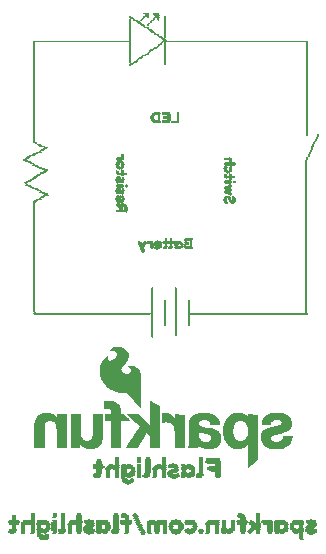
<source format=gbo>
G75*
%MOIN*%
%OFA0B0*%
%FSLAX25Y25*%
%IPPOS*%
%LPD*%
%AMOC8*
5,1,8,0,0,1.08239X$1,22.5*
%
%ADD10C,0.00300*%
%ADD11R,0.01890X0.00157*%
%ADD12R,0.02362X0.00157*%
%ADD13R,0.00630X0.00157*%
%ADD14R,0.02520X0.00157*%
%ADD15R,0.00945X0.00157*%
%ADD16R,0.02677X0.00157*%
%ADD17R,0.02835X0.00157*%
%ADD18R,0.00315X0.00157*%
%ADD19R,0.00787X0.00157*%
%ADD20R,0.03780X0.00157*%
%ADD21R,0.01417X0.00157*%
%ADD22R,0.02047X0.00157*%
%ADD23R,0.01732X0.00157*%
%ADD24R,0.03937X0.00157*%
%ADD25R,0.03307X0.00157*%
%ADD26R,0.01575X0.00157*%
%ADD27R,0.02205X0.00157*%
%ADD28R,0.01102X0.00157*%
%ADD29R,0.01260X0.00157*%
%ADD30R,0.02992X0.00157*%
%ADD31R,0.00157X0.00157*%
%ADD32R,0.00472X0.00157*%
%ADD33R,0.00157X0.00787*%
%ADD34R,0.00157X0.01575*%
%ADD35R,0.00157X0.02205*%
%ADD36R,0.00157X0.01102*%
%ADD37R,0.00157X0.00630*%
%ADD38R,0.00157X0.02520*%
%ADD39R,0.00157X0.00945*%
%ADD40R,0.00157X0.02677*%
%ADD41R,0.00157X0.02835*%
%ADD42R,0.00157X0.00472*%
%ADD43R,0.00157X0.00315*%
%ADD44R,0.00157X0.01417*%
%ADD45R,0.00157X0.01890*%
%ADD46R,0.00157X0.01260*%
%ADD47R,0.00157X0.01732*%
%ADD48R,0.00157X0.02047*%
%ADD49R,0.00157X0.02362*%
%ADD50R,0.00157X0.03465*%
%ADD51R,0.00157X0.03307*%
%ADD52R,0.00157X0.02992*%
%ADD53R,0.01102X0.00315*%
%ADD54R,0.01654X0.00315*%
%ADD55R,0.00827X0.00315*%
%ADD56R,0.01378X0.00315*%
%ADD57R,0.01654X0.00276*%
%ADD58R,0.01929X0.00276*%
%ADD59R,0.01378X0.00276*%
%ADD60R,0.01654X0.00236*%
%ADD61R,0.02480X0.00236*%
%ADD62R,0.01929X0.00236*%
%ADD63R,0.02205X0.00236*%
%ADD64R,0.01102X0.00236*%
%ADD65R,0.02756X0.00315*%
%ADD66R,0.02480X0.00315*%
%ADD67R,0.01929X0.00315*%
%ADD68R,0.02480X0.00276*%
%ADD69R,0.02756X0.00276*%
%ADD70R,0.00551X0.00315*%
%ADD71R,0.01102X0.00276*%
%ADD72R,0.03583X0.00276*%
%ADD73R,0.03307X0.00276*%
%ADD74R,0.03031X0.00276*%
%ADD75R,0.00827X0.00276*%
%ADD76R,0.03858X0.00276*%
%ADD77R,0.02205X0.00276*%
%ADD78R,0.04134X0.00276*%
%ADD79R,0.06614X0.00276*%
%ADD80R,0.04409X0.00276*%
%ADD81R,0.06063X0.00276*%
%ADD82R,0.04685X0.00276*%
%ADD83R,0.06890X0.00276*%
%ADD84R,0.02205X0.00315*%
%ADD85R,0.03583X0.00315*%
%ADD86R,0.03858X0.00236*%
%ADD87R,0.04409X0.00236*%
%ADD88R,0.04134X0.00236*%
%ADD89R,0.03583X0.00236*%
%ADD90R,0.00276X0.00236*%
%ADD91R,0.00827X0.00236*%
%ADD92R,0.01378X0.00236*%
%ADD93R,0.03031X0.00236*%
%ADD94R,0.00551X0.00276*%
%ADD95R,0.04961X0.00236*%
%ADD96R,0.04961X0.00315*%
%ADD97R,0.05236X0.00276*%
%ADD98R,0.05236X0.00236*%
%ADD99R,0.04685X0.00315*%
%ADD100R,0.04409X0.00315*%
%ADD101R,0.02756X0.00236*%
%ADD102R,0.00551X0.00236*%
%ADD103R,0.03307X0.00236*%
%ADD104R,0.01732X0.00315*%
%ADD105R,0.02047X0.00276*%
%ADD106R,0.01732X0.00276*%
%ADD107R,0.01457X0.00276*%
%ADD108R,0.01772X0.00315*%
%ADD109R,0.01457X0.00315*%
%ADD110R,0.00591X0.00276*%
%ADD111R,0.00591X0.00315*%
%ADD112R,0.00866X0.00315*%
%ADD113R,0.01181X0.00315*%
%ADD114R,0.00866X0.00276*%
%ADD115R,0.00315X0.00276*%
%ADD116R,0.01142X0.00276*%
%ADD117R,0.01181X0.00276*%
%ADD118R,0.48425X0.00315*%
%ADD119R,0.32677X0.00315*%
%ADD120R,0.48701X0.00276*%
%ADD121R,0.32677X0.00276*%
%ADD122R,0.01142X0.00315*%
%ADD123R,0.00906X0.00276*%
%ADD124R,0.00906X0.00315*%
%ADD125R,0.01772X0.00276*%
%ADD126R,0.00276X0.00315*%
%ADD127R,0.39685X0.00276*%
%ADD128R,0.39961X0.00276*%
%ADD129R,0.39685X0.00315*%
%ADD130R,0.38780X0.00315*%
D10*
X0124287Y0065394D02*
X0124681Y0065748D01*
X0125075Y0066063D01*
X0125469Y0066417D01*
X0125823Y0066772D01*
X0126217Y0067087D01*
X0126610Y0067441D01*
X0126965Y0067756D01*
X0127358Y0068110D01*
X0127358Y0082638D01*
X0127004Y0082717D01*
X0126650Y0082795D01*
X0126256Y0082835D01*
X0125902Y0082913D01*
X0125547Y0082953D01*
X0125193Y0083031D01*
X0124799Y0083110D01*
X0124445Y0083150D01*
X0124445Y0081732D01*
X0124130Y0082165D01*
X0123776Y0082520D01*
X0123421Y0082835D01*
X0123028Y0083071D01*
X0122594Y0083228D01*
X0122122Y0083386D01*
X0121610Y0083425D01*
X0121138Y0083465D01*
X0119917Y0083346D01*
X0118854Y0082992D01*
X0117988Y0082402D01*
X0117280Y0081654D01*
X0116728Y0080748D01*
X0116374Y0079764D01*
X0116138Y0078661D01*
X0116059Y0077480D01*
X0119130Y0077559D01*
X0119169Y0078228D01*
X0119248Y0078898D01*
X0119445Y0079488D01*
X0119720Y0080039D01*
X0120075Y0080512D01*
X0120547Y0080866D01*
X0121098Y0081063D01*
X0121807Y0081142D01*
X0122476Y0081063D01*
X0123067Y0080866D01*
X0123500Y0080512D01*
X0123854Y0080039D01*
X0124130Y0079488D01*
X0124287Y0078898D01*
X0124406Y0078228D01*
X0124445Y0077559D01*
X0124406Y0076890D01*
X0124287Y0076260D01*
X0124130Y0075669D01*
X0123854Y0075118D01*
X0123500Y0074685D01*
X0123028Y0074331D01*
X0122437Y0074094D01*
X0121768Y0074016D01*
X0121059Y0074094D01*
X0120508Y0074331D01*
X0120035Y0074685D01*
X0119681Y0075118D01*
X0119445Y0075669D01*
X0116728Y0074370D01*
X0117280Y0073504D01*
X0117949Y0072756D01*
X0118815Y0072205D01*
X0119799Y0071850D01*
X0120941Y0071732D01*
X0121453Y0071772D01*
X0121925Y0071850D01*
X0122398Y0071969D01*
X0122831Y0072165D01*
X0123264Y0072402D01*
X0123657Y0072677D01*
X0123972Y0073031D01*
X0124287Y0073425D01*
X0124287Y0065394D01*
X0124287Y0065672D02*
X0124597Y0065672D01*
X0124287Y0065970D02*
X0124959Y0065970D01*
X0125304Y0066269D02*
X0124287Y0066269D01*
X0124287Y0066568D02*
X0125619Y0066568D01*
X0125941Y0066866D02*
X0124287Y0066866D01*
X0124287Y0067165D02*
X0126303Y0067165D01*
X0126635Y0067463D02*
X0124287Y0067463D01*
X0124287Y0067762D02*
X0126971Y0067762D01*
X0127303Y0068060D02*
X0124287Y0068060D01*
X0124287Y0068359D02*
X0127358Y0068359D01*
X0127358Y0068657D02*
X0124287Y0068657D01*
X0124287Y0068956D02*
X0127358Y0068956D01*
X0127358Y0069254D02*
X0124287Y0069254D01*
X0124287Y0069553D02*
X0127358Y0069553D01*
X0127358Y0069851D02*
X0124287Y0069851D01*
X0124287Y0070150D02*
X0127358Y0070150D01*
X0127358Y0070448D02*
X0124287Y0070448D01*
X0124287Y0070747D02*
X0127358Y0070747D01*
X0127358Y0071045D02*
X0124287Y0071045D01*
X0124287Y0071344D02*
X0127358Y0071344D01*
X0127358Y0071642D02*
X0124287Y0071642D01*
X0124287Y0071941D02*
X0127358Y0071941D01*
X0127358Y0072239D02*
X0124287Y0072239D01*
X0124287Y0072538D02*
X0127358Y0072538D01*
X0127358Y0072836D02*
X0124287Y0072836D01*
X0124287Y0073135D02*
X0127358Y0073135D01*
X0127358Y0073433D02*
X0117343Y0073433D01*
X0117135Y0073732D02*
X0127358Y0073732D01*
X0127358Y0074030D02*
X0121891Y0074030D01*
X0121637Y0074030D02*
X0116945Y0074030D01*
X0116755Y0074329D02*
X0120512Y0074329D01*
X0120112Y0074627D02*
X0117266Y0074627D01*
X0116632Y0074627D01*
X0116728Y0074370D02*
X0119445Y0075669D01*
X0119248Y0076260D01*
X0119169Y0076890D01*
X0119130Y0077559D01*
X0116059Y0077480D01*
X0116138Y0076378D01*
X0116374Y0075315D01*
X0116728Y0074370D01*
X0116520Y0074926D02*
X0117890Y0074926D01*
X0119838Y0074926D01*
X0119636Y0075224D02*
X0118515Y0075224D01*
X0116408Y0075224D01*
X0116328Y0075523D02*
X0119139Y0075523D01*
X0119508Y0075523D01*
X0119394Y0075821D02*
X0116261Y0075821D01*
X0116195Y0076120D02*
X0119295Y0076120D01*
X0119228Y0076418D02*
X0116135Y0076418D01*
X0116114Y0076717D02*
X0119191Y0076717D01*
X0119162Y0077015D02*
X0116092Y0077015D01*
X0116071Y0077314D02*
X0119144Y0077314D01*
X0119133Y0077612D02*
X0116068Y0077612D01*
X0116088Y0077911D02*
X0119151Y0077911D01*
X0119168Y0078209D02*
X0116108Y0078209D01*
X0116128Y0078508D02*
X0119202Y0078508D01*
X0119237Y0078806D02*
X0116169Y0078806D01*
X0116233Y0079105D02*
X0119317Y0079105D01*
X0119417Y0079403D02*
X0116297Y0079403D01*
X0116361Y0079702D02*
X0119552Y0079702D01*
X0119701Y0080001D02*
X0116459Y0080001D01*
X0116567Y0080299D02*
X0119915Y0080299D01*
X0120189Y0080598D02*
X0116674Y0080598D01*
X0116818Y0080896D02*
X0120631Y0080896D01*
X0122977Y0080896D02*
X0127358Y0080896D01*
X0127358Y0080598D02*
X0123395Y0080598D01*
X0123660Y0080299D02*
X0127358Y0080299D01*
X0127358Y0080001D02*
X0123874Y0080001D01*
X0124023Y0079702D02*
X0127358Y0079702D01*
X0127358Y0079403D02*
X0124152Y0079403D01*
X0124232Y0079105D02*
X0127358Y0079105D01*
X0127358Y0078806D02*
X0124303Y0078806D01*
X0124356Y0078508D02*
X0127358Y0078508D01*
X0127358Y0078209D02*
X0124407Y0078209D01*
X0124424Y0077911D02*
X0127358Y0077911D01*
X0127358Y0077612D02*
X0124442Y0077612D01*
X0124430Y0077314D02*
X0127358Y0077314D01*
X0127358Y0077015D02*
X0124413Y0077015D01*
X0124373Y0076717D02*
X0127358Y0076717D01*
X0127358Y0076418D02*
X0124317Y0076418D01*
X0124250Y0076120D02*
X0127358Y0076120D01*
X0127358Y0075821D02*
X0124170Y0075821D01*
X0124057Y0075523D02*
X0127358Y0075523D01*
X0127358Y0075224D02*
X0123907Y0075224D01*
X0123697Y0074926D02*
X0127358Y0074926D01*
X0127358Y0074627D02*
X0123423Y0074627D01*
X0123023Y0074329D02*
X0127358Y0074329D01*
X0128736Y0074606D02*
X0129051Y0073780D01*
X0129563Y0073110D01*
X0130193Y0072559D01*
X0130980Y0072165D01*
X0131846Y0071929D01*
X0132752Y0071772D01*
X0133697Y0071732D01*
X0134642Y0071772D01*
X0135587Y0071929D01*
X0136453Y0072205D01*
X0137240Y0072598D01*
X0137909Y0073110D01*
X0138421Y0073780D01*
X0138776Y0074646D01*
X0138933Y0075630D01*
X0136374Y0075630D01*
X0136020Y0075630D01*
X0135980Y0075197D01*
X0135823Y0074803D01*
X0135587Y0074488D01*
X0135272Y0074213D01*
X0134917Y0074016D01*
X0134524Y0073898D01*
X0134130Y0073819D01*
X0133657Y0073780D01*
X0133343Y0073780D01*
X0132988Y0073858D01*
X0132673Y0073937D01*
X0132358Y0074094D01*
X0132083Y0074252D01*
X0131846Y0074528D01*
X0131728Y0074843D01*
X0131650Y0075197D01*
X0131728Y0075512D01*
X0131886Y0075787D01*
X0132201Y0076024D01*
X0132594Y0076220D01*
X0133067Y0076417D01*
X0133657Y0076575D01*
X0134366Y0076732D01*
X0135154Y0076929D01*
X0135783Y0077087D01*
X0136453Y0077283D01*
X0137043Y0077520D01*
X0137555Y0077795D01*
X0138028Y0078189D01*
X0138382Y0078661D01*
X0138579Y0079213D01*
X0138657Y0079882D01*
X0138539Y0080866D01*
X0138264Y0081654D01*
X0137752Y0082283D01*
X0137122Y0082756D01*
X0136413Y0083071D01*
X0135587Y0083307D01*
X0134720Y0083425D01*
X0133815Y0083465D01*
X0132909Y0083425D01*
X0132083Y0083307D01*
X0131256Y0083071D01*
X0130547Y0082717D01*
X0129917Y0082244D01*
X0129445Y0081614D01*
X0129091Y0080866D01*
X0128894Y0079921D01*
X0131807Y0079921D01*
X0131886Y0080315D01*
X0132043Y0080630D01*
X0132240Y0080906D01*
X0132476Y0081102D01*
X0132791Y0081260D01*
X0133146Y0081339D01*
X0133500Y0081417D01*
X0134169Y0081417D01*
X0134484Y0081378D01*
X0134760Y0081339D01*
X0135035Y0081260D01*
X0135272Y0081102D01*
X0135429Y0080945D01*
X0135547Y0080709D01*
X0135626Y0080394D01*
X0135547Y0080000D01*
X0135311Y0079724D01*
X0134957Y0079488D01*
X0134524Y0079291D01*
X0134012Y0079134D01*
X0133421Y0079016D01*
X0132791Y0078858D01*
X0132122Y0078740D01*
X0131492Y0078543D01*
X0130823Y0078346D01*
X0130232Y0078110D01*
X0129720Y0077795D01*
X0129248Y0077402D01*
X0128894Y0076890D01*
X0128697Y0076299D01*
X0128618Y0075591D01*
X0128736Y0074606D01*
X0128734Y0074627D02*
X0131809Y0074627D01*
X0131710Y0074926D02*
X0128698Y0074926D01*
X0128662Y0075224D02*
X0131656Y0075224D01*
X0131735Y0075523D02*
X0128626Y0075523D01*
X0128644Y0075821D02*
X0131931Y0075821D01*
X0132393Y0076120D02*
X0128677Y0076120D01*
X0128737Y0076418D02*
X0133071Y0076418D01*
X0134297Y0076717D02*
X0128836Y0076717D01*
X0128981Y0077015D02*
X0135499Y0077015D01*
X0136529Y0077314D02*
X0129187Y0077314D01*
X0129501Y0077612D02*
X0137216Y0077612D01*
X0137694Y0077911D02*
X0129908Y0077911D01*
X0130480Y0078209D02*
X0138043Y0078209D01*
X0138267Y0078508D02*
X0131372Y0078508D01*
X0132498Y0078806D02*
X0138434Y0078806D01*
X0138540Y0079105D02*
X0133867Y0079105D01*
X0134770Y0079403D02*
X0138601Y0079403D01*
X0138636Y0079702D02*
X0135277Y0079702D01*
X0135547Y0080001D02*
X0138643Y0080001D01*
X0138607Y0080299D02*
X0135607Y0080299D01*
X0135575Y0080598D02*
X0138572Y0080598D01*
X0138529Y0080896D02*
X0135454Y0080896D01*
X0135133Y0081195D02*
X0138424Y0081195D01*
X0138320Y0081493D02*
X0129388Y0081493D01*
X0129246Y0081195D02*
X0132661Y0081195D01*
X0132233Y0080896D02*
X0129105Y0080896D01*
X0129035Y0080598D02*
X0132027Y0080598D01*
X0131883Y0080299D02*
X0128972Y0080299D01*
X0128910Y0080001D02*
X0131823Y0080001D01*
X0129578Y0081792D02*
X0138152Y0081792D01*
X0137909Y0082090D02*
X0129802Y0082090D01*
X0130110Y0082389D02*
X0137612Y0082389D01*
X0137214Y0082687D02*
X0130508Y0082687D01*
X0131085Y0082986D02*
X0136605Y0082986D01*
X0135667Y0083284D02*
X0132002Y0083284D01*
X0127358Y0082389D02*
X0124445Y0082389D01*
X0124445Y0082687D02*
X0127136Y0082687D01*
X0127358Y0082090D02*
X0124445Y0082090D01*
X0124185Y0082090D02*
X0117693Y0082090D01*
X0117410Y0081792D02*
X0124402Y0081792D01*
X0124445Y0081792D02*
X0127358Y0081792D01*
X0127358Y0081493D02*
X0117182Y0081493D01*
X0117000Y0081195D02*
X0127358Y0081195D01*
X0125399Y0082986D02*
X0124445Y0082986D01*
X0123907Y0082389D02*
X0117976Y0082389D01*
X0118407Y0082687D02*
X0123587Y0082687D01*
X0123170Y0082986D02*
X0118845Y0082986D01*
X0119730Y0083284D02*
X0122427Y0083284D01*
X0114642Y0080709D02*
X0114484Y0081102D01*
X0114287Y0081496D01*
X0114051Y0081850D01*
X0113776Y0082165D01*
X0113421Y0082402D01*
X0113067Y0082638D01*
X0112713Y0082835D01*
X0112319Y0083031D01*
X0111886Y0083150D01*
X0111453Y0083268D01*
X0110980Y0083346D01*
X0110547Y0083386D01*
X0110075Y0083425D01*
X0108736Y0083425D01*
X0108343Y0083386D01*
X0107909Y0083307D01*
X0107476Y0083228D01*
X0107083Y0083150D01*
X0106689Y0083031D01*
X0106335Y0082874D01*
X0105980Y0082677D01*
X0105665Y0082441D01*
X0105390Y0082205D01*
X0105154Y0081890D01*
X0104957Y0081575D01*
X0104839Y0081181D01*
X0104720Y0080748D01*
X0104720Y0074094D01*
X0104681Y0073898D01*
X0104681Y0073386D01*
X0104642Y0073189D01*
X0104642Y0073031D01*
X0104602Y0072874D01*
X0104563Y0072717D01*
X0104524Y0072559D01*
X0104524Y0072441D01*
X0104484Y0072323D01*
X0104406Y0072205D01*
X0104366Y0072087D01*
X0104327Y0072008D01*
X0107437Y0072008D01*
X0107437Y0072087D01*
X0107476Y0072126D01*
X0107476Y0072205D01*
X0107516Y0072283D01*
X0107555Y0072323D01*
X0107555Y0072480D01*
X0107594Y0072520D01*
X0107594Y0072677D01*
X0107634Y0072756D01*
X0107634Y0073071D01*
X0107831Y0072913D01*
X0108028Y0072717D01*
X0108224Y0072559D01*
X0108421Y0072441D01*
X0108657Y0072323D01*
X0108894Y0072205D01*
X0109130Y0072087D01*
X0109366Y0072008D01*
X0109602Y0071929D01*
X0109839Y0071890D01*
X0110114Y0071811D01*
X0110350Y0071772D01*
X0110626Y0071732D01*
X0110862Y0071732D01*
X0111138Y0071693D01*
X0111768Y0071693D01*
X0112161Y0071732D01*
X0112516Y0071811D01*
X0112870Y0071890D01*
X0113224Y0072008D01*
X0113539Y0072165D01*
X0113815Y0072323D01*
X0114091Y0072520D01*
X0114327Y0072717D01*
X0114524Y0072992D01*
X0114720Y0073228D01*
X0114878Y0073543D01*
X0114996Y0073858D01*
X0115114Y0074252D01*
X0115154Y0074606D01*
X0115193Y0075039D01*
X0115075Y0075906D01*
X0114839Y0076575D01*
X0114484Y0077126D01*
X0113972Y0077559D01*
X0113421Y0077913D01*
X0112791Y0078150D01*
X0112122Y0078307D01*
X0111413Y0078425D01*
X0110823Y0076693D01*
X0110980Y0076654D01*
X0111138Y0076575D01*
X0111295Y0076535D01*
X0111453Y0076457D01*
X0111571Y0076378D01*
X0111689Y0076260D01*
X0111807Y0076142D01*
X0111886Y0076024D01*
X0111965Y0075906D01*
X0112043Y0075748D01*
X0112083Y0075591D01*
X0112122Y0075394D01*
X0112122Y0075000D01*
X0112083Y0074803D01*
X0112043Y0074646D01*
X0111965Y0074488D01*
X0111886Y0074370D01*
X0111807Y0074252D01*
X0111689Y0074134D01*
X0111571Y0074055D01*
X0111413Y0073976D01*
X0111295Y0073937D01*
X0111138Y0073858D01*
X0110980Y0073819D01*
X0110783Y0073780D01*
X0109839Y0073780D01*
X0109445Y0073858D01*
X0109130Y0073937D01*
X0108854Y0074094D01*
X0108618Y0074213D01*
X0108421Y0074409D01*
X0108264Y0074606D01*
X0108106Y0074803D01*
X0108028Y0075000D01*
X0107909Y0075236D01*
X0107870Y0075433D01*
X0107831Y0075630D01*
X0107791Y0075827D01*
X0107791Y0077480D01*
X0107870Y0077402D01*
X0107988Y0077323D01*
X0108106Y0077244D01*
X0108264Y0077205D01*
X0108421Y0077165D01*
X0108539Y0077126D01*
X0108736Y0077087D01*
X0108894Y0077047D01*
X0109051Y0077008D01*
X0109406Y0078661D01*
X0108894Y0078819D01*
X0108421Y0078976D01*
X0108067Y0079173D01*
X0107831Y0079488D01*
X0107791Y0079882D01*
X0107791Y0080118D01*
X0107831Y0080354D01*
X0107870Y0080512D01*
X0107949Y0080669D01*
X0108028Y0080827D01*
X0108106Y0080945D01*
X0108224Y0081063D01*
X0108343Y0081142D01*
X0108500Y0081220D01*
X0108657Y0081260D01*
X0108815Y0081339D01*
X0108972Y0081339D01*
X0109169Y0081378D01*
X0109366Y0081417D01*
X0109957Y0081417D01*
X0110193Y0081378D01*
X0110390Y0081339D01*
X0110547Y0081299D01*
X0110744Y0081260D01*
X0110902Y0081181D01*
X0111020Y0081102D01*
X0111177Y0081024D01*
X0111295Y0080906D01*
X0111413Y0080787D01*
X0111492Y0080630D01*
X0111571Y0080472D01*
X0111650Y0080315D01*
X0111689Y0080118D01*
X0111768Y0079921D01*
X0111768Y0079724D01*
X0114839Y0079724D01*
X0114760Y0080236D01*
X0114642Y0080709D01*
X0114670Y0080598D02*
X0111508Y0080598D01*
X0111653Y0080299D02*
X0114744Y0080299D01*
X0114796Y0080001D02*
X0111736Y0080001D01*
X0111305Y0080896D02*
X0114567Y0080896D01*
X0114438Y0081195D02*
X0110875Y0081195D01*
X0111354Y0083284D02*
X0107783Y0083284D01*
X0106586Y0082986D02*
X0112411Y0082986D01*
X0112978Y0082687D02*
X0105998Y0082687D01*
X0105604Y0082389D02*
X0113441Y0082389D01*
X0113841Y0082090D02*
X0105304Y0082090D01*
X0105092Y0081792D02*
X0114090Y0081792D01*
X0114289Y0081493D02*
X0104932Y0081493D01*
X0104843Y0081195D02*
X0108448Y0081195D01*
X0108074Y0080896D02*
X0104761Y0080896D01*
X0104720Y0080598D02*
X0107913Y0080598D01*
X0107821Y0080299D02*
X0104720Y0080299D01*
X0104720Y0080001D02*
X0107791Y0080001D01*
X0107809Y0079702D02*
X0104720Y0079702D01*
X0104720Y0079403D02*
X0107894Y0079403D01*
X0108190Y0079105D02*
X0104720Y0079105D01*
X0104720Y0078806D02*
X0108934Y0078806D01*
X0109406Y0078661D02*
X0109051Y0077008D01*
X0109248Y0077008D01*
X0109406Y0076969D01*
X0109602Y0076929D01*
X0109760Y0076929D01*
X0109957Y0076890D01*
X0110154Y0076850D01*
X0110311Y0076811D01*
X0110508Y0076772D01*
X0110665Y0076732D01*
X0110823Y0076693D01*
X0111413Y0078425D01*
X0110705Y0078504D01*
X0110035Y0078583D01*
X0109406Y0078661D01*
X0109373Y0078508D02*
X0104720Y0078508D01*
X0104720Y0078209D02*
X0109309Y0078209D01*
X0111340Y0078209D01*
X0112537Y0078209D01*
X0113425Y0077911D02*
X0111238Y0077911D01*
X0109245Y0077911D01*
X0104720Y0077911D01*
X0104720Y0077612D02*
X0109181Y0077612D01*
X0111136Y0077612D01*
X0113889Y0077612D01*
X0114262Y0077314D02*
X0111035Y0077314D01*
X0109117Y0077314D01*
X0108002Y0077314D01*
X0107791Y0077314D02*
X0104720Y0077314D01*
X0104720Y0077015D02*
X0107791Y0077015D01*
X0107791Y0076717D02*
X0104720Y0076717D01*
X0104720Y0076418D02*
X0107791Y0076418D01*
X0107791Y0076120D02*
X0104720Y0076120D01*
X0104720Y0075821D02*
X0107792Y0075821D01*
X0107852Y0075523D02*
X0104720Y0075523D01*
X0104720Y0075224D02*
X0107915Y0075224D01*
X0108057Y0074926D02*
X0104720Y0074926D01*
X0104720Y0074627D02*
X0108247Y0074627D01*
X0108502Y0074329D02*
X0104720Y0074329D01*
X0104708Y0074030D02*
X0108967Y0074030D01*
X0107908Y0072836D02*
X0114412Y0072836D01*
X0114642Y0073135D02*
X0104642Y0073135D01*
X0104681Y0073433D02*
X0114823Y0073433D01*
X0114949Y0073732D02*
X0104681Y0073732D01*
X0104593Y0072836D02*
X0107634Y0072836D01*
X0107594Y0072538D02*
X0104524Y0072538D01*
X0104429Y0072239D02*
X0107494Y0072239D01*
X0108260Y0072538D02*
X0114112Y0072538D01*
X0113669Y0072239D02*
X0108825Y0072239D01*
X0109568Y0071941D02*
X0113023Y0071941D01*
X0111521Y0074030D02*
X0115048Y0074030D01*
X0115123Y0074329D02*
X0111858Y0074329D01*
X0112034Y0074627D02*
X0115155Y0074627D01*
X0115183Y0074926D02*
X0112107Y0074926D01*
X0112122Y0075224D02*
X0115168Y0075224D01*
X0115127Y0075523D02*
X0112096Y0075523D01*
X0112007Y0075821D02*
X0115086Y0075821D01*
X0114999Y0076120D02*
X0111822Y0076120D01*
X0111510Y0076418D02*
X0114894Y0076418D01*
X0114747Y0076717D02*
X0110831Y0076717D01*
X0110727Y0076717D01*
X0110933Y0077015D02*
X0109053Y0077015D01*
X0109021Y0077015D01*
X0109373Y0078508D02*
X0110671Y0078508D01*
X0110933Y0077015D02*
X0114555Y0077015D01*
X0117610Y0073135D02*
X0124055Y0073135D01*
X0123799Y0072836D02*
X0117877Y0072836D01*
X0118292Y0072538D02*
X0123458Y0072538D01*
X0122966Y0072239D02*
X0118761Y0072239D01*
X0119548Y0071941D02*
X0122286Y0071941D01*
X0128842Y0074329D02*
X0132017Y0074329D01*
X0132487Y0074030D02*
X0128956Y0074030D01*
X0129088Y0073732D02*
X0138385Y0073732D01*
X0138524Y0074030D02*
X0134944Y0074030D01*
X0135404Y0074329D02*
X0138646Y0074329D01*
X0138768Y0074627D02*
X0135691Y0074627D01*
X0135872Y0074926D02*
X0138820Y0074926D01*
X0138868Y0075224D02*
X0135983Y0075224D01*
X0136010Y0075523D02*
X0138916Y0075523D01*
X0138156Y0073433D02*
X0129316Y0073433D01*
X0129544Y0073135D02*
X0137928Y0073135D01*
X0137551Y0072836D02*
X0129876Y0072836D01*
X0130236Y0072538D02*
X0137119Y0072538D01*
X0136522Y0072239D02*
X0130833Y0072239D01*
X0131804Y0071941D02*
X0135623Y0071941D01*
X0103028Y0072008D02*
X0103028Y0081299D01*
X0102988Y0082638D01*
X0102634Y0082717D01*
X0102240Y0082756D01*
X0101886Y0082835D01*
X0101531Y0082913D01*
X0101177Y0082953D01*
X0100823Y0083031D01*
X0100429Y0083110D01*
X0100075Y0083150D01*
X0100075Y0081102D01*
X0099799Y0081614D01*
X0099484Y0082047D01*
X0099091Y0082441D01*
X0098618Y0082795D01*
X0098146Y0083071D01*
X0097634Y0083307D01*
X0097083Y0083425D01*
X0096492Y0083465D01*
X0096256Y0083465D01*
X0096177Y0083425D01*
X0096098Y0083425D01*
X0095980Y0083386D01*
X0095902Y0083386D01*
X0095823Y0083346D01*
X0095823Y0080512D01*
X0095941Y0080551D01*
X0096059Y0080551D01*
X0096217Y0080591D01*
X0096492Y0080591D01*
X0096650Y0080630D01*
X0096925Y0080630D01*
X0097713Y0080551D01*
X0098343Y0080354D01*
X0098894Y0080000D01*
X0099287Y0079567D01*
X0099602Y0079055D01*
X0099799Y0078425D01*
X0099917Y0077756D01*
X0099957Y0077047D01*
X0099957Y0072008D01*
X0103028Y0072008D01*
X0103028Y0072239D02*
X0099957Y0072239D01*
X0099957Y0072538D02*
X0103028Y0072538D01*
X0103028Y0072836D02*
X0099957Y0072836D01*
X0099957Y0073135D02*
X0103028Y0073135D01*
X0103028Y0073433D02*
X0099957Y0073433D01*
X0099957Y0073732D02*
X0103028Y0073732D01*
X0103028Y0074030D02*
X0099957Y0074030D01*
X0099957Y0074329D02*
X0103028Y0074329D01*
X0103028Y0074627D02*
X0099957Y0074627D01*
X0099957Y0074926D02*
X0103028Y0074926D01*
X0103028Y0075224D02*
X0099957Y0075224D01*
X0099957Y0075523D02*
X0103028Y0075523D01*
X0103028Y0075821D02*
X0099957Y0075821D01*
X0099957Y0076120D02*
X0103028Y0076120D01*
X0103028Y0076418D02*
X0099957Y0076418D01*
X0099957Y0076717D02*
X0103028Y0076717D01*
X0103028Y0077015D02*
X0099957Y0077015D01*
X0099942Y0077314D02*
X0103028Y0077314D01*
X0103028Y0077612D02*
X0099925Y0077612D01*
X0099890Y0077911D02*
X0103028Y0077911D01*
X0103028Y0078209D02*
X0099837Y0078209D01*
X0099773Y0078508D02*
X0103028Y0078508D01*
X0103028Y0078806D02*
X0099680Y0078806D01*
X0099572Y0079105D02*
X0103028Y0079105D01*
X0103028Y0079403D02*
X0099388Y0079403D01*
X0099165Y0079702D02*
X0103028Y0079702D01*
X0103028Y0080001D02*
X0098893Y0080001D01*
X0098429Y0080299D02*
X0103028Y0080299D01*
X0103028Y0080598D02*
X0097249Y0080598D01*
X0096520Y0080598D02*
X0095823Y0080598D01*
X0095823Y0080896D02*
X0103028Y0080896D01*
X0103028Y0081195D02*
X0100075Y0081195D01*
X0100025Y0081195D02*
X0095823Y0081195D01*
X0095823Y0081493D02*
X0099864Y0081493D01*
X0100075Y0081493D02*
X0103022Y0081493D01*
X0103013Y0081792D02*
X0100075Y0081792D01*
X0100075Y0082090D02*
X0103004Y0082090D01*
X0102996Y0082389D02*
X0100075Y0082389D01*
X0100075Y0082687D02*
X0102766Y0082687D01*
X0101029Y0082986D02*
X0100075Y0082986D01*
X0099441Y0082090D02*
X0095823Y0082090D01*
X0095823Y0081792D02*
X0099670Y0081792D01*
X0099143Y0082389D02*
X0095823Y0082389D01*
X0095823Y0082687D02*
X0098762Y0082687D01*
X0098292Y0082986D02*
X0095823Y0082986D01*
X0095823Y0083284D02*
X0097684Y0083284D01*
X0094642Y0083284D02*
X0091571Y0083284D01*
X0091571Y0082986D02*
X0094642Y0082986D01*
X0094642Y0082687D02*
X0091571Y0082687D01*
X0091571Y0082389D02*
X0094642Y0082389D01*
X0094642Y0082090D02*
X0091571Y0082090D01*
X0091571Y0081792D02*
X0094642Y0081792D01*
X0094642Y0081493D02*
X0091571Y0081493D01*
X0091571Y0081195D02*
X0094642Y0081195D01*
X0094642Y0080896D02*
X0091571Y0080896D01*
X0091571Y0080598D02*
X0094642Y0080598D01*
X0094642Y0080299D02*
X0091571Y0080299D01*
X0091571Y0080001D02*
X0094642Y0080001D01*
X0094642Y0079702D02*
X0091571Y0079702D01*
X0091571Y0079403D02*
X0094642Y0079403D01*
X0094642Y0079105D02*
X0088252Y0079105D01*
X0088303Y0079055D02*
X0083618Y0072047D01*
X0087319Y0072047D01*
X0090390Y0077008D01*
X0091571Y0075866D01*
X0091571Y0072047D01*
X0094642Y0072047D01*
X0094642Y0085709D01*
X0091571Y0087402D01*
X0091571Y0079173D01*
X0087713Y0083150D01*
X0084091Y0083150D01*
X0088303Y0079055D01*
X0088137Y0078806D02*
X0094642Y0078806D01*
X0094642Y0078508D02*
X0087937Y0078508D01*
X0087738Y0078209D02*
X0094642Y0078209D01*
X0094642Y0077911D02*
X0087538Y0077911D01*
X0087339Y0077612D02*
X0094642Y0077612D01*
X0094642Y0077314D02*
X0087139Y0077314D01*
X0086940Y0077015D02*
X0094642Y0077015D01*
X0094642Y0076717D02*
X0090691Y0076717D01*
X0091000Y0076418D02*
X0094642Y0076418D01*
X0094642Y0076120D02*
X0091308Y0076120D01*
X0091571Y0075821D02*
X0094642Y0075821D01*
X0094642Y0075523D02*
X0091571Y0075523D01*
X0091571Y0075224D02*
X0094642Y0075224D01*
X0094642Y0074926D02*
X0091571Y0074926D01*
X0091571Y0074627D02*
X0094642Y0074627D01*
X0094642Y0074329D02*
X0091571Y0074329D01*
X0091571Y0074030D02*
X0094642Y0074030D01*
X0094642Y0073732D02*
X0091571Y0073732D01*
X0091571Y0073433D02*
X0094642Y0073433D01*
X0094642Y0073135D02*
X0091571Y0073135D01*
X0091571Y0072836D02*
X0094642Y0072836D01*
X0094642Y0072538D02*
X0091571Y0072538D01*
X0091571Y0072239D02*
X0094642Y0072239D01*
X0089470Y0075523D02*
X0085942Y0075523D01*
X0086141Y0075821D02*
X0089655Y0075821D01*
X0089840Y0076120D02*
X0086341Y0076120D01*
X0086540Y0076418D02*
X0090025Y0076418D01*
X0090210Y0076717D02*
X0086740Y0076717D01*
X0085742Y0075224D02*
X0089286Y0075224D01*
X0089101Y0074926D02*
X0085543Y0074926D01*
X0085343Y0074627D02*
X0088916Y0074627D01*
X0088731Y0074329D02*
X0085143Y0074329D01*
X0084944Y0074030D02*
X0088546Y0074030D01*
X0088362Y0073732D02*
X0084744Y0073732D01*
X0084545Y0073433D02*
X0088177Y0073433D01*
X0087992Y0073135D02*
X0084345Y0073135D01*
X0084146Y0072836D02*
X0087807Y0072836D01*
X0087623Y0072538D02*
X0083946Y0072538D01*
X0083746Y0072239D02*
X0087438Y0072239D01*
X0081768Y0072239D02*
X0078697Y0072239D01*
X0078697Y0072047D02*
X0081768Y0072047D01*
X0081768Y0080000D01*
X0081768Y0081102D01*
X0084799Y0081102D01*
X0084524Y0081378D01*
X0084248Y0081614D01*
X0084012Y0081890D01*
X0083736Y0082126D01*
X0083500Y0082402D01*
X0083224Y0082638D01*
X0082949Y0082913D01*
X0082713Y0083150D01*
X0081768Y0083150D01*
X0081768Y0084016D01*
X0081728Y0084724D01*
X0081531Y0085394D01*
X0081256Y0085945D01*
X0080862Y0086457D01*
X0080311Y0086850D01*
X0079681Y0087165D01*
X0078933Y0087323D01*
X0078028Y0087402D01*
X0077437Y0087402D01*
X0077240Y0087362D01*
X0076807Y0087362D01*
X0076610Y0087323D01*
X0076413Y0087323D01*
X0076413Y0085039D01*
X0076571Y0085079D01*
X0077280Y0085079D01*
X0077398Y0085118D01*
X0077555Y0085118D01*
X0077831Y0085079D01*
X0078067Y0085039D01*
X0078303Y0084961D01*
X0078461Y0084803D01*
X0078579Y0084646D01*
X0078657Y0084409D01*
X0078697Y0084134D01*
X0078697Y0083150D01*
X0076610Y0083150D01*
X0076610Y0081102D01*
X0078697Y0081102D01*
X0078697Y0072047D01*
X0078697Y0072538D02*
X0081768Y0072538D01*
X0081768Y0072836D02*
X0078697Y0072836D01*
X0078697Y0073135D02*
X0081768Y0073135D01*
X0081768Y0073433D02*
X0078697Y0073433D01*
X0078697Y0073732D02*
X0081768Y0073732D01*
X0081768Y0074030D02*
X0078697Y0074030D01*
X0078697Y0074329D02*
X0081768Y0074329D01*
X0081768Y0074627D02*
X0078697Y0074627D01*
X0078697Y0074926D02*
X0081768Y0074926D01*
X0081768Y0075224D02*
X0078697Y0075224D01*
X0078697Y0075523D02*
X0081768Y0075523D01*
X0081768Y0075821D02*
X0078697Y0075821D01*
X0078697Y0076120D02*
X0081768Y0076120D01*
X0081768Y0076418D02*
X0078697Y0076418D01*
X0078697Y0076717D02*
X0081768Y0076717D01*
X0081768Y0077015D02*
X0078697Y0077015D01*
X0078697Y0077314D02*
X0081768Y0077314D01*
X0081768Y0077612D02*
X0078697Y0077612D01*
X0078697Y0077911D02*
X0081768Y0077911D01*
X0081768Y0078209D02*
X0078697Y0078209D01*
X0078697Y0078508D02*
X0081768Y0078508D01*
X0081768Y0078806D02*
X0078697Y0078806D01*
X0078697Y0079105D02*
X0081768Y0079105D01*
X0081768Y0079403D02*
X0078697Y0079403D01*
X0078697Y0079702D02*
X0081768Y0079702D01*
X0081768Y0080001D02*
X0078697Y0080001D01*
X0078697Y0080299D02*
X0081768Y0080299D01*
X0081768Y0080598D02*
X0078697Y0080598D01*
X0078697Y0080896D02*
X0081768Y0080896D01*
X0083175Y0082687D02*
X0076610Y0082687D01*
X0076610Y0082389D02*
X0083511Y0082389D01*
X0083778Y0082090D02*
X0076610Y0082090D01*
X0076610Y0081792D02*
X0084096Y0081792D01*
X0084389Y0081493D02*
X0076610Y0081493D01*
X0076610Y0081195D02*
X0084707Y0081195D01*
X0085488Y0081792D02*
X0089030Y0081792D01*
X0088741Y0082090D02*
X0085181Y0082090D01*
X0084873Y0082389D02*
X0088451Y0082389D01*
X0088161Y0082687D02*
X0084566Y0082687D01*
X0084259Y0082986D02*
X0087872Y0082986D01*
X0089320Y0081493D02*
X0085795Y0081493D01*
X0086102Y0081195D02*
X0089610Y0081195D01*
X0089899Y0080896D02*
X0086409Y0080896D01*
X0086716Y0080598D02*
X0090189Y0080598D01*
X0090479Y0080299D02*
X0087023Y0080299D01*
X0087330Y0080001D02*
X0090768Y0080001D01*
X0091058Y0079702D02*
X0087638Y0079702D01*
X0087945Y0079403D02*
X0091347Y0079403D01*
X0091571Y0083583D02*
X0094642Y0083583D01*
X0094642Y0083881D02*
X0091571Y0083881D01*
X0091571Y0084180D02*
X0094642Y0084180D01*
X0094642Y0084478D02*
X0091571Y0084478D01*
X0091571Y0084777D02*
X0094642Y0084777D01*
X0094642Y0085075D02*
X0091571Y0085075D01*
X0091571Y0085374D02*
X0094642Y0085374D01*
X0094642Y0085672D02*
X0091571Y0085672D01*
X0091571Y0085971D02*
X0094166Y0085971D01*
X0093625Y0086269D02*
X0091571Y0086269D01*
X0091571Y0086568D02*
X0093083Y0086568D01*
X0092542Y0086866D02*
X0091571Y0086866D01*
X0091571Y0087165D02*
X0092000Y0087165D01*
X0088303Y0087165D02*
X0086847Y0087165D01*
X0086846Y0087165D02*
X0086413Y0087638D01*
X0085941Y0088150D01*
X0085469Y0088701D01*
X0084996Y0089213D01*
X0084602Y0089646D01*
X0084209Y0090000D01*
X0083776Y0090276D01*
X0083382Y0090472D01*
X0082909Y0090591D01*
X0081413Y0090591D01*
X0080469Y0090709D01*
X0079602Y0090984D01*
X0078815Y0091299D01*
X0078067Y0091772D01*
X0077398Y0092323D01*
X0076807Y0092953D01*
X0076256Y0093661D01*
X0075469Y0095079D01*
X0075075Y0096535D01*
X0074996Y0097913D01*
X0075193Y0099173D01*
X0075587Y0100315D01*
X0076138Y0101220D01*
X0076768Y0101890D01*
X0077437Y0102283D01*
X0077437Y0102205D01*
X0077398Y0102087D01*
X0077398Y0101654D01*
X0077476Y0101417D01*
X0077594Y0101181D01*
X0077791Y0101024D01*
X0078067Y0100906D01*
X0078303Y0100906D01*
X0078579Y0100945D01*
X0078894Y0101063D01*
X0079209Y0101220D01*
X0079484Y0101378D01*
X0079760Y0101575D01*
X0079996Y0101811D01*
X0080232Y0102047D01*
X0080429Y0102323D01*
X0080587Y0102598D01*
X0080665Y0102835D01*
X0080665Y0103307D01*
X0080587Y0103543D01*
X0080469Y0103740D01*
X0080272Y0103976D01*
X0079996Y0104213D01*
X0079681Y0104370D01*
X0079327Y0104488D01*
X0079012Y0104528D01*
X0078736Y0104528D01*
X0078500Y0104488D01*
X0078343Y0104449D01*
X0078303Y0104449D01*
X0078382Y0104528D01*
X0078697Y0104764D01*
X0079169Y0105000D01*
X0079760Y0105276D01*
X0080469Y0105433D01*
X0081256Y0105472D01*
X0082122Y0105276D01*
X0083028Y0104843D01*
X0083697Y0104252D01*
X0084130Y0103622D01*
X0084327Y0102992D01*
X0084327Y0102323D01*
X0084169Y0101614D01*
X0083776Y0100945D01*
X0083264Y0100236D01*
X0082594Y0099567D01*
X0082083Y0098976D01*
X0081846Y0098386D01*
X0081807Y0097835D01*
X0082004Y0097362D01*
X0082319Y0096929D01*
X0082791Y0096654D01*
X0083382Y0096496D01*
X0084012Y0096457D01*
X0084445Y0096575D01*
X0084799Y0096732D01*
X0085075Y0096929D01*
X0085272Y0097165D01*
X0085429Y0097441D01*
X0085508Y0097677D01*
X0085508Y0097953D01*
X0085429Y0098189D01*
X0085311Y0098386D01*
X0085154Y0098543D01*
X0084957Y0098661D01*
X0084760Y0098780D01*
X0084602Y0098898D01*
X0084445Y0098937D01*
X0084327Y0099016D01*
X0084287Y0099016D01*
X0084366Y0099016D01*
X0084484Y0099055D01*
X0084681Y0099134D01*
X0084957Y0099173D01*
X0085626Y0099173D01*
X0086059Y0099094D01*
X0086453Y0098976D01*
X0086846Y0098819D01*
X0087201Y0098583D01*
X0087555Y0098307D01*
X0087831Y0097913D01*
X0088028Y0097480D01*
X0088224Y0096929D01*
X0088303Y0096299D01*
X0088303Y0085433D01*
X0088264Y0085512D01*
X0088146Y0085669D01*
X0087909Y0085945D01*
X0087634Y0086299D01*
X0087280Y0086693D01*
X0086846Y0087165D01*
X0086573Y0087463D02*
X0088303Y0087463D01*
X0088303Y0087762D02*
X0086299Y0087762D01*
X0086023Y0088060D02*
X0088303Y0088060D01*
X0088303Y0088359D02*
X0085762Y0088359D01*
X0085506Y0088657D02*
X0088303Y0088657D01*
X0088303Y0088956D02*
X0085233Y0088956D01*
X0084958Y0089254D02*
X0088303Y0089254D01*
X0088303Y0089553D02*
X0084687Y0089553D01*
X0084374Y0089851D02*
X0088303Y0089851D01*
X0088303Y0090150D02*
X0083973Y0090150D01*
X0083430Y0090448D02*
X0088303Y0090448D01*
X0088303Y0090747D02*
X0080348Y0090747D01*
X0079449Y0091045D02*
X0088303Y0091045D01*
X0088303Y0091344D02*
X0078744Y0091344D01*
X0078271Y0091642D02*
X0088303Y0091642D01*
X0088303Y0091941D02*
X0077861Y0091941D01*
X0077499Y0092239D02*
X0088303Y0092239D01*
X0088303Y0092538D02*
X0077196Y0092538D01*
X0076916Y0092837D02*
X0088303Y0092837D01*
X0088303Y0093135D02*
X0076665Y0093135D01*
X0076433Y0093434D02*
X0088303Y0093434D01*
X0088303Y0093732D02*
X0076217Y0093732D01*
X0076051Y0094031D02*
X0088303Y0094031D01*
X0088303Y0094329D02*
X0075885Y0094329D01*
X0075719Y0094628D02*
X0088303Y0094628D01*
X0088303Y0094926D02*
X0075553Y0094926D01*
X0075429Y0095225D02*
X0088303Y0095225D01*
X0088303Y0095523D02*
X0075348Y0095523D01*
X0075268Y0095822D02*
X0088303Y0095822D01*
X0088303Y0096120D02*
X0075187Y0096120D01*
X0075106Y0096419D02*
X0088288Y0096419D01*
X0088251Y0096717D02*
X0084765Y0096717D01*
X0085147Y0097016D02*
X0088194Y0097016D01*
X0088087Y0097314D02*
X0085357Y0097314D01*
X0085486Y0097613D02*
X0087967Y0097613D01*
X0087832Y0097911D02*
X0085508Y0097911D01*
X0085417Y0098210D02*
X0087623Y0098210D01*
X0087297Y0098508D02*
X0085189Y0098508D01*
X0084724Y0098807D02*
X0086865Y0098807D01*
X0086000Y0099105D02*
X0084610Y0099105D01*
X0083309Y0100299D02*
X0075581Y0100299D01*
X0075478Y0100001D02*
X0083028Y0100001D01*
X0082730Y0099702D02*
X0075375Y0099702D01*
X0075272Y0099404D02*
X0082453Y0099404D01*
X0082194Y0099105D02*
X0075182Y0099105D01*
X0075136Y0098807D02*
X0082015Y0098807D01*
X0081895Y0098508D02*
X0075089Y0098508D01*
X0075042Y0098210D02*
X0081834Y0098210D01*
X0081813Y0097911D02*
X0074996Y0097911D01*
X0075013Y0097613D02*
X0081900Y0097613D01*
X0082039Y0097314D02*
X0075030Y0097314D01*
X0075047Y0097016D02*
X0082256Y0097016D01*
X0082682Y0096717D02*
X0075064Y0096717D01*
X0075759Y0100598D02*
X0083525Y0100598D01*
X0083741Y0100896D02*
X0075940Y0100896D01*
X0076122Y0101195D02*
X0077588Y0101195D01*
X0077451Y0101493D02*
X0076395Y0101493D01*
X0076676Y0101792D02*
X0077398Y0101792D01*
X0077399Y0102090D02*
X0077109Y0102090D01*
X0079157Y0101195D02*
X0083923Y0101195D01*
X0084098Y0101493D02*
X0079646Y0101493D01*
X0079977Y0101792D02*
X0084209Y0101792D01*
X0084275Y0102090D02*
X0080263Y0102090D01*
X0080467Y0102389D02*
X0084327Y0102389D01*
X0084327Y0102687D02*
X0080616Y0102687D01*
X0080665Y0102986D02*
X0084327Y0102986D01*
X0084235Y0103284D02*
X0080665Y0103284D01*
X0080563Y0103583D02*
X0084142Y0103583D01*
X0083952Y0103881D02*
X0080351Y0103881D01*
X0080034Y0104180D02*
X0083746Y0104180D01*
X0083440Y0104478D02*
X0079356Y0104478D01*
X0079331Y0105075D02*
X0082540Y0105075D01*
X0083102Y0104777D02*
X0078723Y0104777D01*
X0078461Y0104478D02*
X0078333Y0104478D01*
X0080203Y0105374D02*
X0081689Y0105374D01*
X0079682Y0087165D02*
X0076413Y0087165D01*
X0076413Y0086866D02*
X0080279Y0086866D01*
X0080707Y0086568D02*
X0076413Y0086568D01*
X0076413Y0086269D02*
X0081006Y0086269D01*
X0081236Y0085971D02*
X0076413Y0085971D01*
X0076413Y0085672D02*
X0081392Y0085672D01*
X0081537Y0085374D02*
X0076413Y0085374D01*
X0076413Y0085075D02*
X0076557Y0085075D01*
X0077852Y0085075D02*
X0081625Y0085075D01*
X0081713Y0084777D02*
X0078480Y0084777D01*
X0078635Y0084478D02*
X0081742Y0084478D01*
X0081759Y0084180D02*
X0078690Y0084180D01*
X0078697Y0083881D02*
X0081768Y0083881D01*
X0081768Y0083583D02*
X0078697Y0083583D01*
X0078697Y0083284D02*
X0081768Y0083284D01*
X0082877Y0082986D02*
X0076610Y0082986D01*
X0075705Y0082986D02*
X0072673Y0082986D01*
X0072673Y0083150D02*
X0072673Y0076890D01*
X0072634Y0076220D01*
X0072555Y0075669D01*
X0072398Y0075197D01*
X0072201Y0074803D01*
X0071965Y0074528D01*
X0071610Y0074291D01*
X0071177Y0074173D01*
X0070705Y0074134D01*
X0070114Y0074173D01*
X0069642Y0074331D01*
X0069209Y0074567D01*
X0068894Y0074882D01*
X0068657Y0075315D01*
X0068461Y0075866D01*
X0068343Y0076535D01*
X0068343Y0083150D01*
X0065272Y0083150D01*
X0065272Y0073425D01*
X0065311Y0072047D01*
X0068224Y0072047D01*
X0068224Y0073583D01*
X0068539Y0073150D01*
X0068933Y0072756D01*
X0069327Y0072441D01*
X0069760Y0072165D01*
X0070193Y0071969D01*
X0070665Y0071850D01*
X0071177Y0071772D01*
X0071650Y0071732D01*
X0072752Y0071811D01*
X0073657Y0072047D01*
X0074366Y0072441D01*
X0074917Y0072992D01*
X0075272Y0073661D01*
X0075547Y0074449D01*
X0075665Y0075315D01*
X0075705Y0076299D01*
X0075705Y0083150D01*
X0072673Y0083150D01*
X0072673Y0082687D02*
X0075705Y0082687D01*
X0075705Y0082389D02*
X0072673Y0082389D01*
X0072673Y0082090D02*
X0075705Y0082090D01*
X0075705Y0081792D02*
X0072673Y0081792D01*
X0072673Y0081493D02*
X0075705Y0081493D01*
X0075705Y0081195D02*
X0072673Y0081195D01*
X0072673Y0080896D02*
X0075705Y0080896D01*
X0075705Y0080598D02*
X0072673Y0080598D01*
X0072673Y0080299D02*
X0075705Y0080299D01*
X0075705Y0080001D02*
X0072673Y0080001D01*
X0072673Y0079702D02*
X0075705Y0079702D01*
X0075705Y0079403D02*
X0072673Y0079403D01*
X0072673Y0079105D02*
X0075705Y0079105D01*
X0075705Y0078806D02*
X0072673Y0078806D01*
X0072673Y0078508D02*
X0075705Y0078508D01*
X0075705Y0078209D02*
X0072673Y0078209D01*
X0072673Y0077911D02*
X0075705Y0077911D01*
X0075705Y0077612D02*
X0072673Y0077612D01*
X0072673Y0077314D02*
X0075705Y0077314D01*
X0075705Y0077015D02*
X0072673Y0077015D01*
X0072663Y0076717D02*
X0075705Y0076717D01*
X0075705Y0076418D02*
X0072646Y0076418D01*
X0072619Y0076120D02*
X0075698Y0076120D01*
X0075686Y0075821D02*
X0072577Y0075821D01*
X0072506Y0075523D02*
X0075674Y0075523D01*
X0075653Y0075224D02*
X0072407Y0075224D01*
X0072262Y0074926D02*
X0075612Y0074926D01*
X0075572Y0074627D02*
X0072050Y0074627D01*
X0071666Y0074329D02*
X0075505Y0074329D01*
X0075401Y0074030D02*
X0065272Y0074030D01*
X0065272Y0073732D02*
X0075296Y0073732D01*
X0075151Y0073433D02*
X0068333Y0073433D01*
X0068224Y0073433D02*
X0065272Y0073433D01*
X0065280Y0073135D02*
X0068224Y0073135D01*
X0068224Y0072836D02*
X0065288Y0072836D01*
X0065297Y0072538D02*
X0068224Y0072538D01*
X0068224Y0072239D02*
X0065306Y0072239D01*
X0063657Y0072239D02*
X0060587Y0072239D01*
X0060587Y0072047D02*
X0063657Y0072047D01*
X0063657Y0081772D01*
X0063618Y0083150D01*
X0060705Y0083150D01*
X0060705Y0081614D01*
X0060665Y0081614D01*
X0060350Y0082047D01*
X0059996Y0082441D01*
X0059602Y0082756D01*
X0059169Y0083031D01*
X0058697Y0083228D01*
X0058224Y0083346D01*
X0057752Y0083425D01*
X0057280Y0083465D01*
X0056177Y0083386D01*
X0055272Y0083150D01*
X0054563Y0082756D01*
X0054012Y0082205D01*
X0053618Y0081535D01*
X0053382Y0080748D01*
X0053224Y0079882D01*
X0053185Y0078898D01*
X0053185Y0072047D01*
X0056256Y0072047D01*
X0056256Y0078307D01*
X0056295Y0078976D01*
X0056374Y0079528D01*
X0056492Y0080000D01*
X0056689Y0080394D01*
X0056965Y0080669D01*
X0057319Y0080866D01*
X0057713Y0081024D01*
X0058224Y0081063D01*
X0058776Y0081024D01*
X0059287Y0080866D01*
X0059681Y0080630D01*
X0060035Y0080315D01*
X0060272Y0079882D01*
X0060429Y0079331D01*
X0060547Y0078661D01*
X0060587Y0077874D01*
X0060587Y0072047D01*
X0060587Y0072538D02*
X0063657Y0072538D01*
X0063657Y0072836D02*
X0060587Y0072836D01*
X0060587Y0073135D02*
X0063657Y0073135D01*
X0063657Y0073433D02*
X0060587Y0073433D01*
X0060587Y0073732D02*
X0063657Y0073732D01*
X0063657Y0074030D02*
X0060587Y0074030D01*
X0060587Y0074329D02*
X0063657Y0074329D01*
X0063657Y0074627D02*
X0060587Y0074627D01*
X0060587Y0074926D02*
X0063657Y0074926D01*
X0063657Y0075224D02*
X0060587Y0075224D01*
X0060587Y0075523D02*
X0063657Y0075523D01*
X0063657Y0075821D02*
X0060587Y0075821D01*
X0060587Y0076120D02*
X0063657Y0076120D01*
X0063657Y0076418D02*
X0060587Y0076418D01*
X0060587Y0076717D02*
X0063657Y0076717D01*
X0063657Y0077015D02*
X0060587Y0077015D01*
X0060587Y0077314D02*
X0063657Y0077314D01*
X0063657Y0077612D02*
X0060587Y0077612D01*
X0060585Y0077911D02*
X0063657Y0077911D01*
X0063657Y0078209D02*
X0060570Y0078209D01*
X0060555Y0078508D02*
X0063657Y0078508D01*
X0063657Y0078806D02*
X0060522Y0078806D01*
X0060469Y0079105D02*
X0063657Y0079105D01*
X0063657Y0079403D02*
X0060408Y0079403D01*
X0060323Y0079702D02*
X0063657Y0079702D01*
X0063657Y0080001D02*
X0060207Y0080001D01*
X0060044Y0080299D02*
X0063657Y0080299D01*
X0063657Y0080598D02*
X0059718Y0080598D01*
X0059190Y0080896D02*
X0063657Y0080896D01*
X0063657Y0081195D02*
X0053516Y0081195D01*
X0053605Y0081493D02*
X0063657Y0081493D01*
X0063657Y0081792D02*
X0060705Y0081792D01*
X0060536Y0081792D02*
X0053769Y0081792D01*
X0053944Y0082090D02*
X0060312Y0082090D01*
X0060705Y0082090D02*
X0063648Y0082090D01*
X0063640Y0082389D02*
X0060705Y0082389D01*
X0060705Y0082687D02*
X0063631Y0082687D01*
X0063623Y0082986D02*
X0060705Y0082986D01*
X0060043Y0082389D02*
X0054196Y0082389D01*
X0054494Y0082687D02*
X0059688Y0082687D01*
X0059241Y0082986D02*
X0054977Y0082986D01*
X0055787Y0083284D02*
X0058474Y0083284D01*
X0057394Y0080896D02*
X0053426Y0080896D01*
X0053355Y0080598D02*
X0056893Y0080598D01*
X0056642Y0080299D02*
X0053300Y0080299D01*
X0053246Y0080001D02*
X0056492Y0080001D01*
X0056418Y0079702D02*
X0053217Y0079702D01*
X0053205Y0079403D02*
X0056356Y0079403D01*
X0056314Y0079105D02*
X0053193Y0079105D01*
X0053185Y0078806D02*
X0056285Y0078806D01*
X0056268Y0078508D02*
X0053185Y0078508D01*
X0053185Y0078209D02*
X0056256Y0078209D01*
X0056256Y0077911D02*
X0053185Y0077911D01*
X0053185Y0077612D02*
X0056256Y0077612D01*
X0056256Y0077314D02*
X0053185Y0077314D01*
X0053185Y0077015D02*
X0056256Y0077015D01*
X0056256Y0076717D02*
X0053185Y0076717D01*
X0053185Y0076418D02*
X0056256Y0076418D01*
X0056256Y0076120D02*
X0053185Y0076120D01*
X0053185Y0075821D02*
X0056256Y0075821D01*
X0056256Y0075523D02*
X0053185Y0075523D01*
X0053185Y0075224D02*
X0056256Y0075224D01*
X0056256Y0074926D02*
X0053185Y0074926D01*
X0053185Y0074627D02*
X0056256Y0074627D01*
X0056256Y0074329D02*
X0053185Y0074329D01*
X0053185Y0074030D02*
X0056256Y0074030D01*
X0056256Y0073732D02*
X0053185Y0073732D01*
X0053185Y0073433D02*
X0056256Y0073433D01*
X0056256Y0073135D02*
X0053185Y0073135D01*
X0053185Y0072836D02*
X0056256Y0072836D01*
X0056256Y0072538D02*
X0053185Y0072538D01*
X0053185Y0072239D02*
X0056256Y0072239D01*
X0065272Y0074329D02*
X0069647Y0074329D01*
X0069148Y0074627D02*
X0065272Y0074627D01*
X0065272Y0074926D02*
X0068870Y0074926D01*
X0068707Y0075224D02*
X0065272Y0075224D01*
X0065272Y0075523D02*
X0068583Y0075523D01*
X0068477Y0075821D02*
X0065272Y0075821D01*
X0065272Y0076120D02*
X0068416Y0076120D01*
X0068363Y0076418D02*
X0065272Y0076418D01*
X0065272Y0076717D02*
X0068343Y0076717D01*
X0068343Y0077015D02*
X0065272Y0077015D01*
X0065272Y0077314D02*
X0068343Y0077314D01*
X0068343Y0077612D02*
X0065272Y0077612D01*
X0065272Y0077911D02*
X0068343Y0077911D01*
X0068343Y0078209D02*
X0065272Y0078209D01*
X0065272Y0078508D02*
X0068343Y0078508D01*
X0068343Y0078806D02*
X0065272Y0078806D01*
X0065272Y0079105D02*
X0068343Y0079105D01*
X0068343Y0079403D02*
X0065272Y0079403D01*
X0065272Y0079702D02*
X0068343Y0079702D01*
X0068343Y0080001D02*
X0065272Y0080001D01*
X0065272Y0080299D02*
X0068343Y0080299D01*
X0068343Y0080598D02*
X0065272Y0080598D01*
X0065272Y0080896D02*
X0068343Y0080896D01*
X0068343Y0081195D02*
X0065272Y0081195D01*
X0065272Y0081493D02*
X0068343Y0081493D01*
X0068343Y0081792D02*
X0065272Y0081792D01*
X0065272Y0082090D02*
X0068343Y0082090D01*
X0068343Y0082389D02*
X0065272Y0082389D01*
X0065272Y0082687D02*
X0068343Y0082687D01*
X0068343Y0082986D02*
X0065272Y0082986D01*
X0068554Y0073135D02*
X0074993Y0073135D01*
X0074761Y0072836D02*
X0068853Y0072836D01*
X0069206Y0072538D02*
X0074463Y0072538D01*
X0074003Y0072239D02*
X0069644Y0072239D01*
X0070304Y0071941D02*
X0073249Y0071941D01*
X0088143Y0085672D02*
X0088303Y0085672D01*
X0088303Y0085971D02*
X0087889Y0085971D01*
X0087657Y0086269D02*
X0088303Y0086269D01*
X0088303Y0086568D02*
X0087392Y0086568D01*
X0087121Y0086866D02*
X0088303Y0086866D01*
D11*
X0089098Y0139055D03*
X0091933Y0139685D03*
X0104846Y0141575D03*
D12*
X0104768Y0141417D03*
X0104768Y0137953D03*
X0101146Y0140157D03*
X0094374Y0140000D03*
X0094531Y0138583D03*
X0094374Y0138425D03*
X0094126Y0180110D03*
X0097433Y0181370D03*
X0097433Y0182157D03*
D13*
X0097130Y0141417D03*
X0098862Y0141417D03*
X0090043Y0140472D03*
X0088154Y0140472D03*
D14*
X0094453Y0139843D03*
X0101224Y0140000D03*
X0101224Y0138425D03*
X0101224Y0138268D03*
X0104689Y0138110D03*
X0104689Y0141260D03*
X0100189Y0180583D03*
X0097354Y0181528D03*
X0097354Y0181685D03*
X0097354Y0181843D03*
X0097354Y0182000D03*
X0097039Y0183575D03*
X0094047Y0183260D03*
X0094047Y0180268D03*
D15*
X0094835Y0180898D03*
X0094835Y0181055D03*
X0094835Y0181213D03*
X0094835Y0181370D03*
X0094835Y0181528D03*
X0094835Y0181685D03*
X0094835Y0181843D03*
X0094835Y0182000D03*
X0094835Y0182157D03*
X0094835Y0182315D03*
X0094835Y0182472D03*
X0092630Y0182157D03*
X0092630Y0181213D03*
X0100976Y0181213D03*
X0100976Y0181370D03*
X0100976Y0181528D03*
X0100976Y0181685D03*
X0100976Y0181843D03*
X0100976Y0182000D03*
X0100976Y0182157D03*
X0100976Y0182315D03*
X0100976Y0182472D03*
X0100976Y0182630D03*
X0100976Y0182787D03*
X0100976Y0182945D03*
X0100976Y0183102D03*
X0100976Y0183260D03*
X0100976Y0183417D03*
X0100976Y0181055D03*
X0100976Y0180898D03*
X0100976Y0180740D03*
X0098862Y0141260D03*
X0098862Y0141102D03*
X0098862Y0140945D03*
X0098862Y0140787D03*
X0098862Y0140630D03*
X0098862Y0139528D03*
X0098862Y0139370D03*
X0098862Y0139213D03*
X0098862Y0139055D03*
X0098862Y0138898D03*
X0098390Y0137953D03*
X0097130Y0138898D03*
X0097130Y0139055D03*
X0097130Y0139213D03*
X0097130Y0139370D03*
X0097130Y0139528D03*
X0097130Y0140630D03*
X0097130Y0140787D03*
X0097130Y0140945D03*
X0097130Y0141102D03*
X0097130Y0141260D03*
X0095240Y0139528D03*
X0093508Y0139528D03*
X0092406Y0138110D03*
X0091303Y0140472D03*
X0090043Y0140000D03*
X0088311Y0139843D03*
X0088154Y0140157D03*
X0088154Y0140315D03*
X0089098Y0138110D03*
X0089413Y0137323D03*
X0089571Y0137008D03*
X0096657Y0137953D03*
X0101539Y0137953D03*
X0102327Y0139055D03*
X0102327Y0139213D03*
X0102327Y0139370D03*
X0103429Y0139213D03*
X0103429Y0139055D03*
X0103587Y0140315D03*
X0103587Y0140472D03*
X0105476Y0140472D03*
X0105476Y0140315D03*
X0105476Y0140157D03*
X0105476Y0140000D03*
X0105476Y0139843D03*
X0105476Y0139685D03*
X0105476Y0139528D03*
X0105476Y0139370D03*
X0105476Y0139213D03*
X0105476Y0139055D03*
X0105476Y0138898D03*
D16*
X0104610Y0138268D03*
X0104610Y0141102D03*
X0101303Y0139843D03*
X0101303Y0139685D03*
X0101303Y0138740D03*
X0101303Y0138583D03*
X0094531Y0139055D03*
X0094531Y0139213D03*
X0094374Y0139370D03*
X0100110Y0179953D03*
X0100110Y0180110D03*
X0100110Y0180268D03*
X0100110Y0180425D03*
X0097276Y0182630D03*
X0093969Y0183102D03*
X0093969Y0180425D03*
D17*
X0093890Y0180583D03*
X0093890Y0182945D03*
X0097039Y0183260D03*
X0097039Y0183417D03*
X0097197Y0180740D03*
X0097039Y0180110D03*
X0097039Y0179953D03*
X0104531Y0140945D03*
X0104531Y0140787D03*
X0104531Y0140630D03*
X0104531Y0138583D03*
X0104531Y0138425D03*
D18*
X0094295Y0140630D03*
D19*
X0092327Y0140472D03*
X0090122Y0140315D03*
X0092327Y0137953D03*
X0094217Y0137795D03*
X0100516Y0137953D03*
X0100516Y0140472D03*
X0101618Y0140472D03*
X0089492Y0136850D03*
D20*
X0097917Y0139685D03*
X0097917Y0139843D03*
X0097917Y0140315D03*
X0097917Y0140472D03*
D21*
X0098626Y0138583D03*
X0098469Y0138268D03*
X0096736Y0138268D03*
X0094374Y0140472D03*
X0089020Y0138583D03*
X0103823Y0140157D03*
X0103980Y0139843D03*
X0092866Y0180898D03*
D22*
X0094283Y0179953D03*
X0091854Y0140315D03*
X0091854Y0139843D03*
X0094374Y0140157D03*
X0094217Y0138110D03*
X0101146Y0138110D03*
X0101146Y0140315D03*
D23*
X0094374Y0140315D03*
X0094217Y0137953D03*
X0089020Y0138898D03*
D24*
X0097839Y0140000D03*
X0097839Y0140157D03*
D25*
X0091224Y0140157D03*
D26*
X0089098Y0138740D03*
X0096815Y0138583D03*
X0096815Y0138425D03*
X0098547Y0138425D03*
X0103902Y0139528D03*
X0103902Y0139685D03*
X0103902Y0140000D03*
X0094362Y0183575D03*
D27*
X0094205Y0183417D03*
X0091776Y0140000D03*
X0089098Y0139370D03*
X0089098Y0139213D03*
X0094295Y0138268D03*
X0094610Y0138898D03*
D28*
X0095161Y0138740D03*
X0093587Y0139685D03*
X0092327Y0139528D03*
X0092327Y0139370D03*
X0092327Y0139213D03*
X0092327Y0139055D03*
X0092327Y0138898D03*
X0092327Y0138740D03*
X0092327Y0138583D03*
X0092327Y0138425D03*
X0092327Y0138268D03*
X0089807Y0139528D03*
X0089807Y0139685D03*
X0089965Y0139843D03*
X0088390Y0139685D03*
X0088390Y0139528D03*
X0088232Y0140000D03*
X0089020Y0138268D03*
X0089177Y0137953D03*
X0089177Y0137795D03*
X0089335Y0137638D03*
X0089335Y0137480D03*
X0089492Y0137165D03*
X0100516Y0139055D03*
X0100516Y0139213D03*
X0100516Y0139370D03*
X0102248Y0139528D03*
X0102248Y0138898D03*
X0103508Y0138898D03*
X0103508Y0139370D03*
X0098063Y0180898D03*
X0098063Y0181055D03*
X0098063Y0181213D03*
X0098063Y0182315D03*
X0098063Y0182472D03*
X0092709Y0182315D03*
X0092551Y0182000D03*
X0092551Y0181843D03*
X0092551Y0181685D03*
X0092551Y0181528D03*
X0092551Y0181370D03*
X0092709Y0181055D03*
D29*
X0092787Y0182472D03*
X0095083Y0139685D03*
X0096972Y0138740D03*
X0096657Y0138110D03*
X0098390Y0138110D03*
X0098705Y0138740D03*
X0100594Y0138898D03*
X0100594Y0139528D03*
X0089098Y0138425D03*
D30*
X0104453Y0138740D03*
X0097118Y0180268D03*
X0097118Y0180425D03*
X0097118Y0180583D03*
X0097118Y0182787D03*
X0097118Y0182945D03*
X0097118Y0183102D03*
X0093811Y0182787D03*
X0093811Y0182630D03*
X0093811Y0180740D03*
D31*
X0116524Y0164697D03*
X0081469Y0155398D03*
X0093587Y0138740D03*
D32*
X0101055Y0183575D03*
D33*
X0083201Y0169256D03*
X0083201Y0168154D03*
X0080681Y0168154D03*
X0080681Y0159177D03*
X0083043Y0159177D03*
X0083201Y0159177D03*
X0083673Y0159177D03*
X0083831Y0159177D03*
X0084303Y0159177D03*
X0084461Y0159177D03*
X0080681Y0152720D03*
X0080681Y0150831D03*
X0116681Y0160445D03*
X0119201Y0160445D03*
X0119673Y0160445D03*
X0119043Y0157768D03*
X0120303Y0166429D03*
X0120461Y0166429D03*
X0119201Y0167531D03*
X0116681Y0168161D03*
X0116681Y0166429D03*
D34*
X0117154Y0162413D03*
X0118098Y0155012D03*
X0118886Y0154067D03*
X0084303Y0151382D03*
X0082256Y0157051D03*
X0081626Y0157681D03*
X0080681Y0157366D03*
X0080681Y0160988D03*
X0082256Y0160831D03*
X0081311Y0163508D03*
X0081154Y0163508D03*
D35*
X0082571Y0163350D03*
X0082728Y0163350D03*
X0082886Y0163350D03*
X0083043Y0163350D03*
X0082886Y0166028D03*
X0080996Y0166028D03*
X0082728Y0168705D03*
X0082886Y0168705D03*
X0081311Y0161146D03*
X0080996Y0160988D03*
X0080996Y0157366D03*
X0081154Y0157366D03*
X0081311Y0157366D03*
X0082886Y0154689D03*
X0084146Y0151382D03*
X0117154Y0164618D03*
X0117311Y0164618D03*
X0117469Y0164461D03*
X0118413Y0164461D03*
X0118571Y0164618D03*
X0118728Y0164618D03*
X0118728Y0162256D03*
X0118886Y0162256D03*
D36*
X0118256Y0163909D03*
X0117626Y0163909D03*
X0119201Y0164697D03*
X0119201Y0166429D03*
X0119358Y0166429D03*
X0119516Y0166429D03*
X0119673Y0166429D03*
X0119831Y0166429D03*
X0119988Y0166429D03*
X0120146Y0166429D03*
X0118098Y0166429D03*
X0117941Y0166429D03*
X0117783Y0166429D03*
X0117626Y0166429D03*
X0117469Y0166429D03*
X0117311Y0166429D03*
X0117154Y0166429D03*
X0116996Y0166429D03*
X0118256Y0168161D03*
X0118256Y0160445D03*
X0118413Y0160445D03*
X0118571Y0160445D03*
X0118728Y0160445D03*
X0118098Y0160445D03*
X0117941Y0160445D03*
X0117783Y0160445D03*
X0117626Y0160445D03*
X0117469Y0160445D03*
X0117311Y0160445D03*
X0117154Y0160445D03*
X0117154Y0158555D03*
X0117154Y0156980D03*
X0118571Y0157768D03*
X0118728Y0157768D03*
X0118886Y0157768D03*
X0118728Y0159185D03*
X0118728Y0156350D03*
X0117941Y0155248D03*
X0117469Y0155248D03*
X0117469Y0153673D03*
X0119043Y0153673D03*
X0119358Y0153673D03*
X0120303Y0154461D03*
X0084146Y0159177D03*
X0083988Y0159177D03*
X0082886Y0159177D03*
X0082728Y0159177D03*
X0082571Y0159177D03*
X0082413Y0159177D03*
X0082256Y0159177D03*
X0082098Y0159177D03*
X0081941Y0159177D03*
X0081783Y0159177D03*
X0081626Y0159177D03*
X0081469Y0159177D03*
X0081311Y0159177D03*
X0081154Y0159177D03*
X0080996Y0159177D03*
X0081469Y0157917D03*
X0081469Y0161697D03*
X0081626Y0165161D03*
X0082256Y0165161D03*
X0082256Y0166894D03*
X0081626Y0166894D03*
X0081626Y0168154D03*
X0081783Y0168154D03*
X0081941Y0168154D03*
X0082098Y0168154D03*
X0082256Y0168154D03*
X0081469Y0168154D03*
X0081311Y0168154D03*
X0081154Y0168154D03*
X0080996Y0168154D03*
X0082413Y0153980D03*
X0082256Y0153823D03*
X0081469Y0153823D03*
X0081154Y0152720D03*
X0080996Y0152720D03*
X0081469Y0152563D03*
X0082728Y0152720D03*
X0082886Y0152720D03*
X0083043Y0152720D03*
X0083201Y0152720D03*
D37*
X0084146Y0163193D03*
X0116681Y0158476D03*
X0116681Y0157059D03*
X0119201Y0156272D03*
X0119358Y0155169D03*
X0117783Y0153594D03*
X0119201Y0159264D03*
X0120461Y0160366D03*
X0120146Y0162098D03*
D38*
X0118413Y0158319D03*
X0117154Y0154382D03*
X0118728Y0167138D03*
X0118886Y0167138D03*
X0082571Y0166028D03*
X0081311Y0166028D03*
X0082571Y0154689D03*
X0082728Y0154689D03*
X0081783Y0154531D03*
X0083988Y0151539D03*
D39*
X0083201Y0150752D03*
X0083043Y0150752D03*
X0082886Y0150752D03*
X0082728Y0150752D03*
X0081469Y0150752D03*
X0081311Y0150752D03*
X0081154Y0150752D03*
X0080996Y0150752D03*
X0080839Y0150752D03*
X0081311Y0152642D03*
X0080839Y0152799D03*
X0080524Y0154846D03*
X0082256Y0155476D03*
X0082413Y0155476D03*
X0082413Y0156736D03*
X0080839Y0159256D03*
X0082413Y0160516D03*
X0082256Y0163193D03*
X0082098Y0163193D03*
X0081941Y0163193D03*
X0081783Y0163193D03*
X0081626Y0163193D03*
X0080681Y0163665D03*
X0081783Y0165083D03*
X0081941Y0165083D03*
X0082098Y0165083D03*
X0082098Y0166972D03*
X0081941Y0166972D03*
X0081783Y0166972D03*
X0080839Y0168232D03*
X0083358Y0163193D03*
X0083516Y0163193D03*
X0083673Y0163193D03*
X0083831Y0163193D03*
X0083988Y0163193D03*
X0116681Y0162571D03*
X0117626Y0162098D03*
X0117783Y0162098D03*
X0117941Y0162098D03*
X0118098Y0162098D03*
X0118256Y0162098D03*
X0119358Y0162098D03*
X0119516Y0162098D03*
X0119673Y0162098D03*
X0119831Y0162098D03*
X0119988Y0162098D03*
X0119988Y0160366D03*
X0119831Y0160366D03*
X0120146Y0160366D03*
X0120303Y0160366D03*
X0119043Y0160366D03*
X0118886Y0160366D03*
X0118886Y0159264D03*
X0119043Y0159264D03*
X0118571Y0159106D03*
X0116996Y0158476D03*
X0116839Y0158476D03*
X0116839Y0157059D03*
X0116996Y0157059D03*
X0118413Y0156429D03*
X0118571Y0156429D03*
X0118886Y0156272D03*
X0119043Y0156272D03*
X0117783Y0155327D03*
X0117626Y0155327D03*
X0117626Y0153594D03*
X0119201Y0153594D03*
X0116996Y0160366D03*
X0116839Y0160366D03*
X0117783Y0163831D03*
X0117941Y0163831D03*
X0118098Y0163831D03*
X0116839Y0166508D03*
X0116839Y0168240D03*
X0116996Y0168240D03*
X0117154Y0168240D03*
X0117311Y0168240D03*
X0117469Y0168240D03*
X0117626Y0168240D03*
X0117783Y0168240D03*
X0117941Y0168240D03*
X0118098Y0168240D03*
D40*
X0118413Y0167217D03*
X0118571Y0167217D03*
X0117311Y0154461D03*
X0083831Y0151618D03*
X0083673Y0151618D03*
X0082098Y0151618D03*
X0081941Y0151618D03*
X0081783Y0151618D03*
X0081626Y0151618D03*
X0081941Y0154610D03*
X0082098Y0154610D03*
X0082413Y0165949D03*
X0081469Y0165949D03*
D41*
X0082256Y0151697D03*
X0082413Y0151697D03*
X0082571Y0151697D03*
X0083358Y0151697D03*
X0083516Y0151697D03*
D42*
X0083358Y0154768D03*
X0081469Y0156657D03*
X0080524Y0157287D03*
X0081469Y0160437D03*
X0080524Y0161067D03*
X0116524Y0154461D03*
X0119201Y0157768D03*
X0118256Y0165169D03*
D43*
X0117626Y0165248D03*
X0083358Y0166028D03*
X0080524Y0166028D03*
X0083358Y0161146D03*
X0083358Y0157366D03*
D44*
X0083201Y0157445D03*
X0083201Y0154768D03*
X0083201Y0161067D03*
X0080996Y0163587D03*
X0116839Y0162492D03*
X0116996Y0162492D03*
X0117311Y0162335D03*
X0117469Y0156980D03*
X0116681Y0154461D03*
D45*
X0083043Y0154689D03*
X0082571Y0157209D03*
X0082886Y0157366D03*
X0083043Y0157366D03*
X0081941Y0157366D03*
X0081783Y0157524D03*
X0082098Y0160988D03*
X0081941Y0161146D03*
X0082571Y0160988D03*
X0083043Y0161146D03*
X0083201Y0163350D03*
X0082413Y0163350D03*
X0080839Y0166028D03*
D46*
X0080681Y0166028D03*
X0080839Y0163665D03*
X0081469Y0163350D03*
X0083201Y0166028D03*
X0116681Y0164776D03*
X0118256Y0166508D03*
X0117469Y0162256D03*
X0117469Y0158476D03*
X0117311Y0158476D03*
X0117311Y0157059D03*
D47*
X0120146Y0154461D03*
X0119043Y0164697D03*
X0116839Y0164697D03*
X0083043Y0165949D03*
X0081626Y0161382D03*
X0081783Y0161224D03*
X0082098Y0157287D03*
X0080681Y0154768D03*
D48*
X0080839Y0154768D03*
X0080839Y0157287D03*
X0082728Y0157287D03*
X0082728Y0161067D03*
X0082886Y0161067D03*
X0080839Y0161067D03*
X0082413Y0168626D03*
X0082571Y0168626D03*
X0083043Y0168783D03*
X0116996Y0164697D03*
X0118886Y0164697D03*
X0119043Y0162177D03*
X0119201Y0162177D03*
X0118571Y0162177D03*
X0118413Y0162177D03*
X0118256Y0154776D03*
X0118413Y0154618D03*
X0118571Y0154461D03*
X0118728Y0154303D03*
X0119988Y0154461D03*
X0116839Y0154461D03*
D49*
X0116996Y0154461D03*
X0119516Y0154303D03*
X0119673Y0154461D03*
X0119831Y0154461D03*
X0119043Y0167059D03*
X0082728Y0165949D03*
X0081154Y0165949D03*
X0081154Y0161067D03*
X0080996Y0154768D03*
X0081154Y0154610D03*
X0081311Y0154610D03*
X0081626Y0154453D03*
D50*
X0118256Y0157689D03*
D51*
X0118098Y0157768D03*
X0117941Y0157768D03*
D52*
X0117783Y0157768D03*
X0117626Y0157768D03*
D53*
X0108776Y0068307D03*
X0096374Y0068307D03*
X0088106Y0068307D03*
X0080665Y0068307D03*
X0062783Y0049807D03*
X0060028Y0049807D03*
X0052587Y0049807D03*
X0127823Y0049807D03*
D54*
X0127823Y0048980D03*
X0127823Y0047878D03*
X0121760Y0049807D03*
X0119280Y0045949D03*
X0116248Y0045949D03*
X0098886Y0045949D03*
X0096681Y0045949D03*
X0088138Y0045949D03*
X0087311Y0047878D03*
X0086760Y0048980D03*
X0084004Y0047878D03*
X0084004Y0045949D03*
X0077665Y0045949D03*
X0062783Y0045949D03*
X0062783Y0047878D03*
X0062783Y0048980D03*
X0060028Y0048980D03*
X0052587Y0048980D03*
X0052587Y0047878D03*
X0046524Y0047878D03*
X0046524Y0048980D03*
X0046524Y0045949D03*
X0080665Y0066378D03*
X0080665Y0067480D03*
X0085902Y0064449D03*
X0088106Y0064449D03*
X0088106Y0067480D03*
X0096374Y0067480D03*
X0096374Y0066378D03*
X0108776Y0066378D03*
X0108776Y0067480D03*
X0108776Y0064449D03*
D55*
X0086622Y0049807D03*
X0100402Y0047878D03*
X0104260Y0045949D03*
D56*
X0083039Y0049807D03*
X0080559Y0049807D03*
X0068157Y0049807D03*
X0074740Y0067480D03*
X0091000Y0068307D03*
D57*
X0088106Y0068012D03*
X0088106Y0067185D03*
X0088106Y0065807D03*
X0088106Y0065531D03*
X0088106Y0065256D03*
X0088106Y0064980D03*
X0088106Y0064705D03*
X0088106Y0064154D03*
X0088106Y0063878D03*
X0088106Y0063602D03*
X0088106Y0063327D03*
X0088106Y0063051D03*
X0088106Y0062776D03*
X0088106Y0062500D03*
X0088106Y0061949D03*
X0090311Y0061673D03*
X0093343Y0061949D03*
X0093343Y0062500D03*
X0093343Y0062776D03*
X0093343Y0063051D03*
X0093343Y0063327D03*
X0093343Y0063602D03*
X0093343Y0063878D03*
X0093343Y0064154D03*
X0096374Y0064154D03*
X0096374Y0063878D03*
X0096374Y0063602D03*
X0096374Y0063327D03*
X0096374Y0063051D03*
X0096374Y0062776D03*
X0096374Y0062500D03*
X0096374Y0061949D03*
X0100508Y0064705D03*
X0102988Y0064154D03*
X0102988Y0063878D03*
X0102988Y0063602D03*
X0106020Y0063602D03*
X0106020Y0063878D03*
X0106020Y0064154D03*
X0108776Y0064154D03*
X0108776Y0063878D03*
X0108776Y0063602D03*
X0108776Y0063327D03*
X0108776Y0064705D03*
X0108776Y0064980D03*
X0108776Y0065256D03*
X0108776Y0065531D03*
X0108776Y0065807D03*
X0108776Y0066083D03*
X0108776Y0066909D03*
X0108776Y0067185D03*
X0108776Y0068012D03*
X0114287Y0061949D03*
X0096374Y0066083D03*
X0096374Y0066909D03*
X0096374Y0067185D03*
X0096374Y0068012D03*
X0085902Y0064154D03*
X0085902Y0063602D03*
X0084799Y0066083D03*
X0080665Y0066083D03*
X0080665Y0066909D03*
X0080665Y0067185D03*
X0080665Y0068012D03*
X0080665Y0064154D03*
X0080665Y0063878D03*
X0080665Y0063602D03*
X0080665Y0063327D03*
X0080665Y0063051D03*
X0080665Y0062776D03*
X0080665Y0062500D03*
X0080665Y0061949D03*
X0082870Y0061673D03*
X0077634Y0061949D03*
X0077634Y0062500D03*
X0077634Y0062776D03*
X0077634Y0063051D03*
X0077634Y0063327D03*
X0077634Y0063602D03*
X0077634Y0063878D03*
X0077634Y0064154D03*
X0087035Y0048409D03*
X0087311Y0047583D03*
X0087587Y0047031D03*
X0087862Y0046480D03*
X0088413Y0045378D03*
X0088689Y0044827D03*
X0088965Y0044276D03*
X0089516Y0043173D03*
X0091445Y0043449D03*
X0091445Y0044000D03*
X0091445Y0044276D03*
X0091445Y0044551D03*
X0091445Y0044827D03*
X0091445Y0045102D03*
X0091445Y0045378D03*
X0091445Y0045654D03*
X0094201Y0043449D03*
X0096681Y0043449D03*
X0096681Y0044000D03*
X0096681Y0044276D03*
X0096681Y0044551D03*
X0096681Y0044827D03*
X0096681Y0045102D03*
X0096681Y0045378D03*
X0096681Y0045654D03*
X0098886Y0045654D03*
X0098886Y0045102D03*
X0098886Y0044827D03*
X0106602Y0045102D03*
X0106602Y0045654D03*
X0108807Y0044276D03*
X0108807Y0043449D03*
X0111012Y0043449D03*
X0111012Y0044000D03*
X0111012Y0044276D03*
X0111012Y0044551D03*
X0111012Y0044827D03*
X0111012Y0045102D03*
X0111012Y0045378D03*
X0111012Y0045654D03*
X0112114Y0047583D03*
X0114043Y0045654D03*
X0114043Y0045378D03*
X0114043Y0045102D03*
X0114043Y0044827D03*
X0114043Y0044551D03*
X0114043Y0044276D03*
X0114043Y0044000D03*
X0114043Y0043449D03*
X0116248Y0045102D03*
X0116248Y0045378D03*
X0116248Y0045654D03*
X0116248Y0046205D03*
X0116248Y0046480D03*
X0116248Y0046756D03*
X0116248Y0047031D03*
X0116248Y0047307D03*
X0119280Y0047307D03*
X0119280Y0047031D03*
X0119280Y0046756D03*
X0119280Y0046480D03*
X0119280Y0046205D03*
X0119280Y0045654D03*
X0119280Y0045378D03*
X0119280Y0045102D03*
X0118177Y0043173D03*
X0125618Y0047031D03*
X0127823Y0047031D03*
X0127823Y0046756D03*
X0127823Y0047307D03*
X0127823Y0047583D03*
X0127823Y0048409D03*
X0127823Y0048685D03*
X0127823Y0049512D03*
X0127823Y0044000D03*
X0127823Y0043449D03*
X0131681Y0043449D03*
X0135815Y0043173D03*
X0137193Y0045102D03*
X0137193Y0045378D03*
X0137193Y0045654D03*
X0139122Y0045654D03*
X0139122Y0045378D03*
X0139122Y0045102D03*
X0142154Y0045102D03*
X0142154Y0045378D03*
X0142154Y0045654D03*
X0142154Y0043173D03*
X0142154Y0042622D03*
X0142154Y0042071D03*
X0142154Y0041795D03*
X0146563Y0046205D03*
X0084004Y0045654D03*
X0084004Y0045378D03*
X0084004Y0045102D03*
X0084004Y0044827D03*
X0084004Y0044551D03*
X0084004Y0044276D03*
X0084004Y0044000D03*
X0084004Y0043449D03*
X0076563Y0043173D03*
X0076563Y0047583D03*
X0072429Y0046205D03*
X0068020Y0043449D03*
X0064988Y0043449D03*
X0064988Y0044000D03*
X0064988Y0044276D03*
X0064988Y0044551D03*
X0064988Y0044827D03*
X0064988Y0045102D03*
X0064988Y0045378D03*
X0064988Y0045654D03*
X0062783Y0045654D03*
X0062783Y0045378D03*
X0062783Y0045102D03*
X0062783Y0044827D03*
X0062783Y0046205D03*
X0062783Y0046480D03*
X0062783Y0046756D03*
X0062783Y0047031D03*
X0062783Y0047307D03*
X0062783Y0047583D03*
X0062783Y0048409D03*
X0062783Y0048685D03*
X0062783Y0049512D03*
X0060028Y0049512D03*
X0060028Y0048685D03*
X0060028Y0047307D03*
X0060028Y0047031D03*
X0057823Y0045654D03*
X0057823Y0045378D03*
X0057823Y0045102D03*
X0060028Y0043449D03*
X0054791Y0043173D03*
X0054791Y0045102D03*
X0054791Y0045378D03*
X0054791Y0045654D03*
X0052587Y0045654D03*
X0052587Y0045378D03*
X0052587Y0045102D03*
X0052587Y0044827D03*
X0052587Y0044551D03*
X0052587Y0044276D03*
X0052587Y0044000D03*
X0052587Y0043449D03*
X0049555Y0043449D03*
X0049555Y0044000D03*
X0049555Y0044276D03*
X0049555Y0044551D03*
X0049555Y0044827D03*
X0049555Y0045102D03*
X0049555Y0045378D03*
X0049555Y0045654D03*
X0046524Y0045654D03*
X0046524Y0045378D03*
X0046524Y0045102D03*
X0046524Y0044827D03*
X0045697Y0043173D03*
X0052587Y0047583D03*
X0052587Y0048409D03*
X0052587Y0048685D03*
X0052587Y0049512D03*
X0046524Y0048685D03*
X0046524Y0048409D03*
D58*
X0054929Y0044827D03*
X0054929Y0042622D03*
X0057685Y0044827D03*
X0059890Y0044827D03*
X0059890Y0045102D03*
X0059890Y0045378D03*
X0059890Y0045654D03*
X0059890Y0046205D03*
X0059890Y0046480D03*
X0059890Y0046756D03*
X0059890Y0044551D03*
X0059890Y0044276D03*
X0059890Y0044000D03*
X0062094Y0043173D03*
X0068157Y0044000D03*
X0068157Y0044276D03*
X0068157Y0044551D03*
X0068157Y0044827D03*
X0068157Y0045102D03*
X0068157Y0045378D03*
X0068157Y0045654D03*
X0068157Y0047583D03*
X0068157Y0048409D03*
X0068157Y0048685D03*
X0070362Y0044551D03*
X0074772Y0044827D03*
X0074772Y0045102D03*
X0074772Y0045378D03*
X0074772Y0045654D03*
X0077803Y0045654D03*
X0077803Y0045378D03*
X0077803Y0045102D03*
X0077803Y0044827D03*
X0080559Y0044827D03*
X0080559Y0045102D03*
X0080559Y0045378D03*
X0080559Y0045654D03*
X0080559Y0046205D03*
X0080559Y0046480D03*
X0080559Y0046756D03*
X0080559Y0047031D03*
X0080559Y0047307D03*
X0080559Y0047583D03*
X0080559Y0048409D03*
X0080559Y0048685D03*
X0083039Y0049512D03*
X0086898Y0048685D03*
X0087449Y0047307D03*
X0087724Y0046756D03*
X0088000Y0046205D03*
X0088276Y0045654D03*
X0088551Y0045102D03*
X0088827Y0044551D03*
X0089102Y0044000D03*
X0089378Y0043449D03*
X0094063Y0044000D03*
X0094063Y0044276D03*
X0094063Y0044551D03*
X0094063Y0044827D03*
X0094063Y0045102D03*
X0094063Y0045378D03*
X0094063Y0045654D03*
X0098748Y0045378D03*
X0102055Y0045378D03*
X0102055Y0045654D03*
X0102055Y0045102D03*
X0102055Y0044827D03*
X0105087Y0043173D03*
X0106465Y0044827D03*
X0106740Y0045378D03*
X0108669Y0044000D03*
X0105087Y0047583D03*
X0116386Y0044827D03*
X0119142Y0044827D03*
X0122724Y0044827D03*
X0122724Y0045102D03*
X0122724Y0045378D03*
X0122724Y0045654D03*
X0122724Y0044551D03*
X0122724Y0044276D03*
X0122724Y0044000D03*
X0121898Y0049512D03*
X0131819Y0045654D03*
X0131819Y0045378D03*
X0131819Y0045102D03*
X0131819Y0044827D03*
X0131819Y0044551D03*
X0131819Y0044276D03*
X0131819Y0044000D03*
X0134024Y0045102D03*
X0134024Y0045378D03*
X0134024Y0045654D03*
X0137055Y0044827D03*
X0139260Y0044827D03*
X0142016Y0044827D03*
X0144496Y0044551D03*
X0114425Y0062500D03*
X0114425Y0062776D03*
X0114425Y0063051D03*
X0114425Y0063327D03*
X0114425Y0063602D03*
X0114425Y0065807D03*
X0114425Y0066083D03*
X0108087Y0061673D03*
X0105882Y0063327D03*
X0103126Y0063327D03*
X0098441Y0063051D03*
X0091000Y0063327D03*
X0091000Y0063602D03*
X0091000Y0063878D03*
X0091000Y0064154D03*
X0091000Y0064705D03*
X0091000Y0064980D03*
X0091000Y0065256D03*
X0091000Y0065531D03*
X0091000Y0065807D03*
X0091000Y0066083D03*
X0091000Y0066909D03*
X0091000Y0067185D03*
X0086039Y0063878D03*
X0085764Y0063327D03*
X0083008Y0063602D03*
X0083008Y0063878D03*
X0083008Y0064154D03*
X0083283Y0061122D03*
X0074740Y0063327D03*
X0074740Y0063602D03*
X0074740Y0063878D03*
X0074740Y0064154D03*
X0073913Y0061673D03*
X0074740Y0066909D03*
X0074740Y0067185D03*
X0080008Y0043173D03*
D59*
X0083866Y0043173D03*
X0091583Y0043173D03*
X0094063Y0043173D03*
X0096819Y0043173D03*
X0094890Y0047583D03*
X0092409Y0047583D03*
X0086622Y0049512D03*
X0080559Y0049512D03*
X0068157Y0049512D03*
X0066228Y0047583D03*
X0059890Y0047583D03*
X0059890Y0048409D03*
X0056583Y0047583D03*
X0054654Y0047583D03*
X0050795Y0047583D03*
X0049417Y0043173D03*
X0052449Y0043173D03*
X0059890Y0043173D03*
X0065126Y0043173D03*
X0068157Y0043173D03*
X0074772Y0043173D03*
X0080803Y0061673D03*
X0087969Y0061673D03*
X0093205Y0061673D03*
X0096236Y0061673D03*
X0102850Y0061673D03*
X0104780Y0061673D03*
X0104780Y0066083D03*
X0102850Y0066083D03*
X0094583Y0066083D03*
X0091000Y0068012D03*
X0083008Y0066083D03*
X0078874Y0066083D03*
X0114425Y0061673D03*
X0129890Y0047583D03*
X0131819Y0047583D03*
X0134024Y0047583D03*
X0135953Y0047583D03*
X0140362Y0047583D03*
X0142291Y0041244D03*
X0134024Y0043173D03*
X0131819Y0043173D03*
X0127685Y0043173D03*
X0125205Y0043449D03*
X0122724Y0043449D03*
X0122724Y0043173D03*
X0110874Y0043173D03*
X0108669Y0043173D03*
X0108669Y0044551D03*
D60*
X0111012Y0043744D03*
X0114043Y0043744D03*
X0127823Y0043744D03*
X0127823Y0048154D03*
X0127823Y0049256D03*
X0142154Y0042917D03*
X0142154Y0042366D03*
X0142154Y0041539D03*
X0108776Y0066654D03*
X0108776Y0067756D03*
X0096374Y0067756D03*
X0096374Y0066654D03*
X0096374Y0062244D03*
X0093343Y0062244D03*
X0088106Y0062244D03*
X0080665Y0062244D03*
X0077634Y0062244D03*
X0080665Y0066654D03*
X0080665Y0067756D03*
X0088106Y0067756D03*
X0062783Y0049256D03*
X0062783Y0048154D03*
X0060028Y0049256D03*
X0060028Y0043744D03*
X0064988Y0043744D03*
X0054791Y0042917D03*
X0052587Y0043744D03*
X0049555Y0043744D03*
X0046524Y0048154D03*
X0052587Y0048154D03*
X0052587Y0049256D03*
X0084004Y0048154D03*
X0084004Y0043744D03*
X0089240Y0043744D03*
X0091445Y0043744D03*
X0096681Y0043744D03*
D61*
X0080008Y0043744D03*
X0062370Y0043744D03*
X0045835Y0043744D03*
X0090449Y0062244D03*
X0121898Y0049256D03*
D62*
X0122724Y0048154D03*
X0122724Y0043744D03*
X0125205Y0043744D03*
X0131819Y0043744D03*
X0108669Y0043744D03*
X0094063Y0043744D03*
X0087173Y0048154D03*
X0086622Y0049256D03*
X0080559Y0049256D03*
X0080559Y0048154D03*
X0068157Y0048154D03*
X0068157Y0049256D03*
X0068157Y0043744D03*
X0083008Y0061417D03*
X0091000Y0066654D03*
X0091000Y0067756D03*
X0074740Y0066654D03*
X0114425Y0062244D03*
D63*
X0108224Y0062244D03*
X0083177Y0049256D03*
D64*
X0099681Y0061417D03*
X0074878Y0067756D03*
X0046524Y0049256D03*
X0145461Y0042917D03*
D65*
X0122035Y0048980D03*
X0099957Y0064449D03*
X0071878Y0045949D03*
D66*
X0083315Y0048980D03*
X0145874Y0045949D03*
D67*
X0142016Y0045949D03*
X0139260Y0045949D03*
X0137055Y0045949D03*
X0131819Y0045949D03*
X0122724Y0045949D03*
X0122724Y0047878D03*
X0113906Y0045949D03*
X0111150Y0045949D03*
X0106465Y0045949D03*
X0102055Y0045949D03*
X0094063Y0045949D03*
X0091583Y0045949D03*
X0080559Y0045949D03*
X0080559Y0047878D03*
X0080559Y0048980D03*
X0074772Y0045949D03*
X0068157Y0047878D03*
X0068157Y0048980D03*
X0065126Y0045949D03*
X0059890Y0045949D03*
X0057685Y0045949D03*
X0054929Y0045949D03*
X0052449Y0045949D03*
X0049693Y0045949D03*
X0074740Y0064449D03*
X0074740Y0066378D03*
X0077772Y0064449D03*
X0080528Y0064449D03*
X0083008Y0064449D03*
X0091000Y0064449D03*
X0091000Y0066378D03*
X0091000Y0067480D03*
X0093480Y0064449D03*
X0096236Y0064449D03*
X0103126Y0064449D03*
X0105882Y0064449D03*
D68*
X0108362Y0062776D03*
X0108362Y0062500D03*
X0099543Y0066083D03*
X0090449Y0062500D03*
X0074465Y0063051D03*
X0074189Y0062776D03*
X0083315Y0048685D03*
X0080283Y0044276D03*
X0080008Y0044000D03*
X0080008Y0043449D03*
X0071465Y0047583D03*
X0062370Y0044276D03*
X0062370Y0044000D03*
X0056307Y0041244D03*
X0046110Y0044276D03*
X0045835Y0043449D03*
X0100402Y0043173D03*
X0100402Y0047583D03*
X0122173Y0048685D03*
X0145323Y0047583D03*
D69*
X0144909Y0044827D03*
X0145461Y0043173D03*
X0122311Y0048409D03*
X0099681Y0061673D03*
X0083453Y0048409D03*
X0071602Y0043173D03*
X0045972Y0044000D03*
X0074051Y0062500D03*
D70*
X0071327Y0047878D03*
X0099406Y0066378D03*
X0145461Y0047878D03*
X0144996Y0169921D03*
X0086374Y0199961D03*
X0095705Y0206654D03*
X0089878Y0212205D03*
X0086374Y0214528D03*
D71*
X0088106Y0066909D03*
X0088106Y0066083D03*
X0084799Y0061673D03*
X0085626Y0061122D03*
X0077634Y0061673D03*
X0074634Y0047583D03*
X0057272Y0042622D03*
X0096681Y0047583D03*
X0114043Y0047583D03*
X0116248Y0047583D03*
X0119280Y0047583D03*
X0116248Y0043173D03*
X0114043Y0043173D03*
X0140500Y0043173D03*
X0142154Y0047583D03*
D72*
X0141189Y0047307D03*
X0145323Y0047031D03*
X0145598Y0046480D03*
X0145598Y0043449D03*
X0141189Y0043449D03*
X0135126Y0043449D03*
X0135126Y0047307D03*
X0130992Y0046480D03*
X0130992Y0046205D03*
X0130717Y0047307D03*
X0126858Y0044827D03*
X0122449Y0046205D03*
X0122449Y0046480D03*
X0122449Y0047307D03*
X0122449Y0047583D03*
X0105087Y0047031D03*
X0100402Y0047031D03*
X0095717Y0047307D03*
X0071465Y0047031D03*
X0071465Y0046756D03*
X0071465Y0043449D03*
X0056307Y0041795D03*
X0055756Y0043449D03*
X0055756Y0047307D03*
X0046386Y0047307D03*
X0046386Y0047583D03*
X0046386Y0046480D03*
X0046386Y0046205D03*
X0074465Y0064705D03*
X0074465Y0064980D03*
X0074465Y0065807D03*
X0074465Y0066083D03*
X0099543Y0065531D03*
X0099543Y0065256D03*
X0113598Y0063878D03*
D73*
X0099681Y0064154D03*
X0099406Y0063878D03*
X0099681Y0064980D03*
X0099406Y0065807D03*
X0099681Y0061949D03*
X0083728Y0047583D03*
X0083728Y0046205D03*
X0071602Y0046480D03*
X0071602Y0045654D03*
X0071327Y0045378D03*
X0071327Y0047307D03*
X0126996Y0045654D03*
X0126996Y0045102D03*
X0145185Y0045102D03*
X0145461Y0045378D03*
X0145461Y0046756D03*
D74*
X0145323Y0047307D03*
X0145598Y0045654D03*
X0127134Y0045378D03*
X0105087Y0047307D03*
X0100402Y0047307D03*
X0100402Y0043449D03*
X0105087Y0043449D03*
X0071189Y0045102D03*
X0070913Y0044827D03*
X0098992Y0063327D03*
X0099268Y0063602D03*
D75*
X0056307Y0040969D03*
X0056583Y0043173D03*
X0072567Y0044551D03*
X0089378Y0042622D03*
X0104260Y0044827D03*
X0125205Y0043173D03*
X0125480Y0047307D03*
X0146701Y0044551D03*
X0100921Y0063051D03*
D76*
X0099681Y0062500D03*
X0099406Y0062776D03*
X0104091Y0061949D03*
X0104091Y0065807D03*
X0095272Y0065807D03*
X0083972Y0065807D03*
X0079563Y0065807D03*
X0074602Y0065531D03*
X0074602Y0065256D03*
X0083972Y0061949D03*
X0084524Y0060571D03*
X0084524Y0060295D03*
X0083728Y0047307D03*
X0083728Y0047031D03*
X0083728Y0046756D03*
X0083728Y0046480D03*
X0075736Y0047307D03*
X0071327Y0044276D03*
X0075736Y0043449D03*
X0056169Y0042071D03*
X0051484Y0047307D03*
X0046248Y0047031D03*
X0046248Y0046756D03*
X0105224Y0046756D03*
X0105500Y0046205D03*
X0105500Y0044551D03*
X0105224Y0044000D03*
X0112941Y0047307D03*
X0117350Y0043449D03*
X0126720Y0044551D03*
X0126720Y0046205D03*
X0130854Y0046756D03*
X0130854Y0047031D03*
X0141051Y0047031D03*
X0145461Y0044276D03*
X0145461Y0044000D03*
D77*
X0134161Y0044827D03*
X0125343Y0044000D03*
X0108224Y0061949D03*
X0108500Y0063051D03*
X0090862Y0063051D03*
X0090587Y0062776D03*
X0090311Y0061949D03*
X0084524Y0059744D03*
X0083146Y0063327D03*
X0074051Y0061949D03*
X0092272Y0047307D03*
X0080421Y0044551D03*
X0062508Y0044551D03*
X0062232Y0043449D03*
X0046248Y0044551D03*
D78*
X0051346Y0047031D03*
X0056031Y0047031D03*
X0056031Y0046756D03*
X0056031Y0044000D03*
X0067055Y0047307D03*
X0071465Y0044000D03*
X0075874Y0047031D03*
X0100402Y0046756D03*
X0100402Y0044000D03*
X0105362Y0044276D03*
X0105362Y0046480D03*
X0112803Y0047031D03*
X0122449Y0047031D03*
X0126583Y0046480D03*
X0126583Y0044276D03*
X0135126Y0047031D03*
X0140913Y0046756D03*
X0140913Y0044000D03*
X0113323Y0064154D03*
X0113323Y0065531D03*
X0104228Y0065531D03*
X0095134Y0065531D03*
X0084110Y0065531D03*
X0079425Y0065531D03*
D79*
X0094201Y0047031D03*
X0094201Y0046756D03*
X0094201Y0046480D03*
D80*
X0112665Y0046756D03*
X0117626Y0044276D03*
X0117626Y0044000D03*
X0135264Y0044000D03*
X0135264Y0046756D03*
X0140776Y0046480D03*
X0140776Y0046205D03*
X0140776Y0044551D03*
X0140776Y0044276D03*
X0113185Y0064705D03*
X0113185Y0064980D03*
X0113185Y0065256D03*
X0112634Y0068012D03*
X0104366Y0065256D03*
X0104366Y0064980D03*
X0104366Y0062776D03*
X0104366Y0062500D03*
X0094996Y0064980D03*
X0094996Y0065256D03*
X0084248Y0065256D03*
X0079287Y0065256D03*
X0079287Y0064980D03*
X0084248Y0062776D03*
X0084248Y0062500D03*
X0076012Y0046756D03*
X0076012Y0044000D03*
X0066917Y0046756D03*
X0066917Y0047031D03*
X0056169Y0046480D03*
X0056169Y0046205D03*
X0056169Y0044551D03*
X0056169Y0044276D03*
X0051209Y0046480D03*
X0051209Y0046756D03*
D81*
X0123689Y0046756D03*
D82*
X0117764Y0044551D03*
X0112528Y0046205D03*
X0112528Y0046480D03*
X0100402Y0046480D03*
X0100402Y0046205D03*
X0100402Y0044551D03*
X0100402Y0044276D03*
X0076150Y0044276D03*
X0076150Y0044551D03*
X0076150Y0046205D03*
X0076150Y0046480D03*
X0066780Y0046480D03*
X0066780Y0046205D03*
X0051071Y0046205D03*
X0079150Y0064705D03*
X0084386Y0064705D03*
X0084386Y0064980D03*
X0084386Y0063051D03*
X0094858Y0064705D03*
X0104504Y0064705D03*
X0104504Y0063051D03*
X0135402Y0046480D03*
X0135402Y0046205D03*
X0135402Y0044551D03*
X0135402Y0044276D03*
D83*
X0094063Y0046205D03*
D84*
X0068020Y0045949D03*
X0134161Y0045949D03*
D85*
X0126858Y0045949D03*
D86*
X0141051Y0043744D03*
X0145461Y0043744D03*
X0099681Y0062244D03*
X0071602Y0043744D03*
X0055894Y0043744D03*
D87*
X0135264Y0043744D03*
D88*
X0117488Y0043744D03*
X0104228Y0062244D03*
X0084386Y0060866D03*
X0084110Y0062244D03*
X0075874Y0043744D03*
X0056031Y0042366D03*
D89*
X0100402Y0043744D03*
X0105087Y0043744D03*
D90*
X0105087Y0042917D03*
X0057409Y0042917D03*
D91*
X0071465Y0042917D03*
X0100402Y0042917D03*
D92*
X0089378Y0042917D03*
D93*
X0056307Y0041539D03*
D94*
X0084524Y0059469D03*
X0142154Y0040969D03*
X0144996Y0169626D03*
X0146453Y0173130D03*
X0146453Y0173406D03*
X0091335Y0203445D03*
X0094248Y0205492D03*
X0087831Y0201122D03*
D95*
X0112634Y0067756D03*
D96*
X0112634Y0067480D03*
D97*
X0112772Y0067185D03*
X0112772Y0066909D03*
D98*
X0112772Y0066654D03*
D99*
X0113047Y0066378D03*
D100*
X0113185Y0064449D03*
D101*
X0074051Y0062244D03*
D102*
X0085626Y0061417D03*
D103*
X0084524Y0060039D03*
D104*
X0056925Y0155630D03*
X0053421Y0157953D03*
X0053421Y0165827D03*
X0055744Y0172244D03*
X0090469Y0216575D03*
D105*
X0093815Y0216280D03*
X0093815Y0216004D03*
D106*
X0090469Y0216280D03*
X0090469Y0215413D03*
X0051098Y0166988D03*
X0055744Y0164665D03*
X0051098Y0159114D03*
X0055744Y0156791D03*
D107*
X0056197Y0155335D03*
X0054150Y0157657D03*
X0051827Y0158839D03*
X0050961Y0160295D03*
X0052417Y0161161D03*
X0055606Y0163209D03*
X0054150Y0165531D03*
X0051827Y0166713D03*
X0050646Y0168169D03*
X0050055Y0167579D03*
X0051512Y0168760D03*
X0056197Y0171083D03*
X0055016Y0172539D03*
X0053559Y0173406D03*
X0085646Y0199665D03*
X0087102Y0200531D03*
X0094976Y0206083D03*
X0096157Y0208130D03*
X0093795Y0209587D03*
X0090331Y0211909D03*
X0087102Y0213957D03*
X0085646Y0214823D03*
X0090606Y0216004D03*
X0094110Y0215413D03*
D108*
X0093953Y0215118D03*
X0093953Y0215709D03*
X0056630Y0164370D03*
X0056039Y0163504D03*
X0056630Y0156496D03*
D109*
X0053874Y0154173D03*
X0052417Y0158543D03*
X0052969Y0161457D03*
X0052417Y0166417D03*
X0050055Y0167874D03*
X0052969Y0169331D03*
X0053874Y0169921D03*
X0090606Y0202874D03*
X0094110Y0209291D03*
X0090606Y0211614D03*
X0090606Y0215709D03*
D110*
X0088717Y0213957D03*
X0091039Y0212500D03*
X0091039Y0211319D03*
X0091906Y0213366D03*
X0096591Y0213366D03*
X0096591Y0212776D03*
X0096591Y0212500D03*
X0096591Y0211909D03*
X0096591Y0211319D03*
X0096591Y0211043D03*
X0096591Y0210453D03*
X0096591Y0209862D03*
X0096591Y0209587D03*
X0096591Y0208996D03*
X0096591Y0208406D03*
X0096591Y0206358D03*
X0096591Y0206083D03*
X0096591Y0205492D03*
X0096591Y0204902D03*
X0096591Y0204626D03*
X0096591Y0204035D03*
X0096591Y0203445D03*
X0096591Y0203169D03*
X0096591Y0202579D03*
X0096591Y0201988D03*
X0096591Y0201713D03*
X0096591Y0201122D03*
X0096591Y0200531D03*
X0096591Y0200256D03*
X0096591Y0199665D03*
X0088992Y0201988D03*
X0085213Y0201988D03*
X0085213Y0201713D03*
X0085213Y0201122D03*
X0085213Y0200531D03*
X0085213Y0200256D03*
X0085213Y0199075D03*
X0085213Y0202579D03*
X0085213Y0203169D03*
X0085213Y0203445D03*
X0085213Y0204035D03*
X0085213Y0204626D03*
X0085213Y0204902D03*
X0085213Y0205492D03*
X0085213Y0206083D03*
X0085213Y0206358D03*
X0085213Y0207539D03*
X0085213Y0208130D03*
X0085213Y0208406D03*
X0085213Y0208996D03*
X0085213Y0209587D03*
X0085213Y0209862D03*
X0085213Y0210453D03*
X0085213Y0211043D03*
X0085213Y0211319D03*
X0085213Y0211909D03*
X0085213Y0212500D03*
X0085213Y0212776D03*
X0085213Y0213366D03*
X0085213Y0213957D03*
X0085213Y0214232D03*
X0085213Y0215413D03*
X0096591Y0215413D03*
X0096591Y0214823D03*
X0096591Y0214232D03*
X0096591Y0213957D03*
X0093362Y0209862D03*
X0094543Y0208996D03*
X0053126Y0206358D03*
X0053126Y0206083D03*
X0053126Y0205492D03*
X0053126Y0204902D03*
X0053126Y0204626D03*
X0053126Y0204035D03*
X0053126Y0203445D03*
X0053126Y0203169D03*
X0053126Y0202579D03*
X0053126Y0201988D03*
X0053126Y0201713D03*
X0053126Y0201122D03*
X0053126Y0200531D03*
X0053126Y0200256D03*
X0053126Y0199665D03*
X0053126Y0199075D03*
X0053126Y0198484D03*
X0053126Y0198209D03*
X0053126Y0197618D03*
X0053126Y0197028D03*
X0053126Y0196752D03*
X0053126Y0196161D03*
X0053126Y0195571D03*
X0053126Y0195295D03*
X0053126Y0194705D03*
X0053126Y0194114D03*
X0053126Y0193839D03*
X0053126Y0193248D03*
X0053126Y0192657D03*
X0053126Y0192382D03*
X0053126Y0191791D03*
X0053126Y0191201D03*
X0053126Y0190610D03*
X0053126Y0190335D03*
X0053126Y0189744D03*
X0053126Y0189154D03*
X0053126Y0188878D03*
X0053126Y0188287D03*
X0053126Y0187697D03*
X0053126Y0187421D03*
X0053126Y0186831D03*
X0053126Y0186240D03*
X0053126Y0185965D03*
X0053126Y0185374D03*
X0053126Y0184783D03*
X0053126Y0184508D03*
X0053126Y0183917D03*
X0053126Y0183327D03*
X0053126Y0182736D03*
X0053126Y0182461D03*
X0053126Y0181870D03*
X0053126Y0181280D03*
X0053126Y0181004D03*
X0053126Y0180413D03*
X0053126Y0179823D03*
X0053126Y0179547D03*
X0053126Y0178957D03*
X0053126Y0178366D03*
X0053126Y0178091D03*
X0053126Y0177500D03*
X0053126Y0176909D03*
X0053126Y0176634D03*
X0053126Y0176043D03*
X0053126Y0175453D03*
X0053126Y0174862D03*
X0053126Y0174587D03*
X0053126Y0173996D03*
X0053126Y0153287D03*
X0053126Y0153012D03*
X0053126Y0152421D03*
X0053126Y0151831D03*
X0053126Y0151240D03*
X0053126Y0150965D03*
X0053126Y0150374D03*
X0053126Y0149783D03*
X0053126Y0149508D03*
X0053126Y0148917D03*
X0053126Y0148327D03*
X0053126Y0148051D03*
X0053126Y0147461D03*
X0053126Y0146870D03*
X0053126Y0146594D03*
X0053126Y0146004D03*
X0053126Y0145413D03*
X0053126Y0145138D03*
X0053126Y0144547D03*
X0053126Y0143957D03*
X0053126Y0143366D03*
X0053126Y0143091D03*
X0053126Y0142500D03*
X0053126Y0141909D03*
X0053126Y0141634D03*
X0053126Y0141043D03*
X0053126Y0140453D03*
X0053126Y0140177D03*
X0053126Y0139587D03*
X0053126Y0138996D03*
X0053126Y0138720D03*
X0053126Y0138130D03*
X0053126Y0137539D03*
X0053126Y0137264D03*
X0053126Y0136673D03*
X0053126Y0136083D03*
X0053126Y0135492D03*
X0053126Y0135217D03*
X0053126Y0134626D03*
X0053126Y0134035D03*
X0053126Y0133760D03*
X0053126Y0133169D03*
X0053126Y0132579D03*
X0053126Y0132303D03*
X0053126Y0131713D03*
X0053126Y0131122D03*
X0053126Y0130846D03*
X0053126Y0130256D03*
X0053126Y0129665D03*
X0053126Y0129390D03*
X0053126Y0128799D03*
X0053126Y0128209D03*
X0053126Y0127618D03*
X0053126Y0127343D03*
X0053126Y0126752D03*
X0053126Y0126161D03*
X0053126Y0125886D03*
X0053126Y0125295D03*
X0053126Y0124705D03*
X0053126Y0124429D03*
X0053126Y0123839D03*
X0053126Y0123248D03*
X0053126Y0122972D03*
X0053126Y0122382D03*
X0053126Y0121791D03*
X0053126Y0121516D03*
X0053126Y0120925D03*
X0053126Y0120335D03*
X0053126Y0119744D03*
X0053126Y0119469D03*
X0053126Y0118878D03*
X0053126Y0118287D03*
X0053126Y0118012D03*
X0053126Y0117421D03*
X0092496Y0117421D03*
X0092496Y0116831D03*
X0092496Y0115965D03*
X0092496Y0115374D03*
X0092496Y0115098D03*
X0092496Y0114508D03*
X0092496Y0113917D03*
X0092496Y0113642D03*
X0092496Y0113051D03*
X0092496Y0112461D03*
X0092496Y0111870D03*
X0092496Y0111594D03*
X0092496Y0111004D03*
X0092496Y0110413D03*
X0092496Y0110138D03*
X0092496Y0109547D03*
X0092496Y0108957D03*
X0092496Y0108681D03*
X0096591Y0112461D03*
X0096591Y0113051D03*
X0096591Y0113642D03*
X0096591Y0113917D03*
X0096591Y0114508D03*
X0096591Y0115098D03*
X0096591Y0115374D03*
X0096591Y0115965D03*
X0096591Y0116555D03*
X0096591Y0116831D03*
X0096591Y0117421D03*
X0096591Y0118012D03*
X0096591Y0118287D03*
X0096591Y0118878D03*
X0096591Y0119469D03*
X0096591Y0119744D03*
X0096591Y0120335D03*
X0100370Y0120335D03*
X0100370Y0120925D03*
X0100370Y0121516D03*
X0100370Y0121791D03*
X0100370Y0122382D03*
X0100370Y0122972D03*
X0100370Y0123248D03*
X0100370Y0123839D03*
X0100370Y0124429D03*
X0100370Y0124705D03*
X0100370Y0119744D03*
X0100370Y0119469D03*
X0100370Y0118878D03*
X0100370Y0118287D03*
X0100370Y0118012D03*
X0100370Y0117421D03*
X0100370Y0116831D03*
X0100370Y0116555D03*
X0100370Y0115965D03*
X0100370Y0115374D03*
X0100370Y0115098D03*
X0100370Y0114508D03*
X0100370Y0113917D03*
X0100370Y0113642D03*
X0100370Y0113051D03*
X0100370Y0112461D03*
X0100370Y0111870D03*
X0100370Y0111594D03*
X0100370Y0111004D03*
X0100370Y0110413D03*
X0100370Y0110138D03*
X0100370Y0109547D03*
X0100370Y0108957D03*
X0104740Y0112461D03*
X0104740Y0113051D03*
X0104740Y0113642D03*
X0104740Y0113917D03*
X0104740Y0114508D03*
X0104740Y0115098D03*
X0104740Y0115374D03*
X0104740Y0115965D03*
X0104740Y0116831D03*
X0104740Y0117421D03*
X0104740Y0118012D03*
X0104740Y0118287D03*
X0104740Y0118878D03*
X0104740Y0119469D03*
X0104740Y0119744D03*
X0104740Y0120335D03*
X0092496Y0120335D03*
X0092496Y0120925D03*
X0092496Y0121516D03*
X0092496Y0121791D03*
X0092496Y0122382D03*
X0092496Y0122972D03*
X0092496Y0123248D03*
X0092496Y0123839D03*
X0092496Y0124429D03*
X0092496Y0124705D03*
X0092496Y0119744D03*
X0092496Y0119469D03*
X0092496Y0118878D03*
X0092496Y0118287D03*
X0092496Y0118012D03*
X0143835Y0118012D03*
X0143835Y0118287D03*
X0143835Y0118878D03*
X0143835Y0119469D03*
X0143835Y0119744D03*
X0143835Y0120335D03*
X0143835Y0120925D03*
X0143835Y0121516D03*
X0143835Y0121791D03*
X0143835Y0122382D03*
X0143835Y0122972D03*
X0143835Y0123248D03*
X0143835Y0123839D03*
X0143835Y0124429D03*
X0143835Y0124705D03*
X0143835Y0125295D03*
X0143835Y0125886D03*
X0143835Y0126161D03*
X0143835Y0126752D03*
X0143835Y0127343D03*
X0143835Y0127618D03*
X0143835Y0128209D03*
X0143835Y0128799D03*
X0143835Y0129390D03*
X0143835Y0129665D03*
X0143835Y0130256D03*
X0143835Y0130846D03*
X0143835Y0131122D03*
X0143835Y0131713D03*
X0143835Y0132303D03*
X0143835Y0132579D03*
X0143835Y0133169D03*
X0143835Y0133760D03*
X0143835Y0134035D03*
X0143835Y0134626D03*
X0143835Y0135217D03*
X0143835Y0135492D03*
X0143835Y0136083D03*
X0143835Y0136673D03*
X0143835Y0137264D03*
X0143835Y0137539D03*
X0143835Y0138130D03*
X0143835Y0138720D03*
X0143835Y0138996D03*
X0143835Y0139587D03*
X0143835Y0140177D03*
X0143835Y0140453D03*
X0143835Y0141043D03*
X0143835Y0141634D03*
X0143835Y0141909D03*
X0143835Y0142500D03*
X0143835Y0143091D03*
X0143835Y0143366D03*
X0143835Y0143957D03*
X0143835Y0144547D03*
X0143835Y0145138D03*
X0143835Y0145413D03*
X0143835Y0146004D03*
X0143835Y0146594D03*
X0143835Y0146870D03*
X0143835Y0147461D03*
X0143835Y0148051D03*
X0143835Y0148327D03*
X0143835Y0148917D03*
X0143835Y0149508D03*
X0143835Y0149783D03*
X0143835Y0150374D03*
X0143835Y0150965D03*
X0143835Y0151240D03*
X0143835Y0151831D03*
X0143835Y0152421D03*
X0143835Y0153012D03*
X0143835Y0153287D03*
X0143835Y0153878D03*
X0143835Y0154469D03*
X0143835Y0154744D03*
X0143835Y0155335D03*
X0143835Y0155925D03*
X0143835Y0156201D03*
X0143835Y0156791D03*
X0143835Y0157382D03*
X0143835Y0157657D03*
X0143835Y0158248D03*
X0143835Y0158839D03*
X0143835Y0159114D03*
X0143835Y0159705D03*
X0143835Y0160295D03*
X0143835Y0160886D03*
X0143835Y0161161D03*
X0143835Y0161752D03*
X0143835Y0162343D03*
X0143835Y0162618D03*
X0143835Y0163209D03*
X0143835Y0163799D03*
X0143835Y0164075D03*
X0143835Y0164665D03*
X0143835Y0165256D03*
X0143835Y0165531D03*
X0143835Y0166122D03*
X0143835Y0166713D03*
X0143835Y0166988D03*
X0143835Y0167579D03*
X0144110Y0168169D03*
X0145291Y0170492D03*
X0146157Y0172539D03*
X0147024Y0173996D03*
X0147339Y0174862D03*
X0147614Y0175453D03*
X0147614Y0176043D03*
X0144110Y0176043D03*
X0144110Y0176634D03*
X0144110Y0176909D03*
X0144110Y0177500D03*
X0144110Y0178091D03*
X0144110Y0178366D03*
X0144110Y0178957D03*
X0144110Y0179547D03*
X0144110Y0179823D03*
X0144110Y0180413D03*
X0144110Y0181004D03*
X0144110Y0181280D03*
X0144110Y0181870D03*
X0144110Y0182461D03*
X0144110Y0182736D03*
X0144110Y0183327D03*
X0144110Y0183917D03*
X0144110Y0184508D03*
X0144110Y0184783D03*
X0144110Y0185374D03*
X0144110Y0185965D03*
X0144110Y0186240D03*
X0144110Y0186831D03*
X0144110Y0187421D03*
X0144110Y0187697D03*
X0144110Y0188287D03*
X0144110Y0188878D03*
X0144110Y0189154D03*
X0144110Y0189744D03*
X0144110Y0190335D03*
X0144110Y0190610D03*
X0144110Y0191201D03*
X0144110Y0191791D03*
X0144110Y0192382D03*
X0144110Y0192657D03*
X0144110Y0193248D03*
X0144110Y0193839D03*
X0144110Y0194114D03*
X0144110Y0194705D03*
X0144110Y0195295D03*
X0144110Y0195571D03*
X0144110Y0196161D03*
X0144110Y0196752D03*
X0144110Y0197028D03*
X0144110Y0197618D03*
X0144110Y0198209D03*
X0144110Y0198484D03*
X0144110Y0199075D03*
X0144110Y0199665D03*
X0144110Y0200256D03*
X0144110Y0200531D03*
X0144110Y0201122D03*
X0144110Y0201713D03*
X0144110Y0201988D03*
X0144110Y0202579D03*
X0144110Y0203169D03*
X0144110Y0203445D03*
X0144110Y0204035D03*
X0144110Y0204626D03*
X0144110Y0204902D03*
X0144110Y0205492D03*
X0144110Y0206083D03*
X0144110Y0206358D03*
X0143835Y0117421D03*
X0143835Y0116831D03*
X0143835Y0115965D03*
D111*
X0143835Y0117126D03*
X0143835Y0117717D03*
X0143835Y0118583D03*
X0143835Y0119173D03*
X0143835Y0120039D03*
X0143835Y0120630D03*
X0143835Y0121220D03*
X0143835Y0122087D03*
X0143835Y0122677D03*
X0143835Y0123543D03*
X0143835Y0124134D03*
X0143835Y0125000D03*
X0143835Y0125591D03*
X0143835Y0126457D03*
X0143835Y0127047D03*
X0143835Y0127913D03*
X0143835Y0128504D03*
X0143835Y0129094D03*
X0143835Y0129961D03*
X0143835Y0130551D03*
X0143835Y0131417D03*
X0143835Y0132008D03*
X0143835Y0132874D03*
X0143835Y0133465D03*
X0143835Y0134331D03*
X0143835Y0134921D03*
X0143835Y0135787D03*
X0143835Y0136378D03*
X0143835Y0136969D03*
X0143835Y0137835D03*
X0143835Y0138425D03*
X0143835Y0139291D03*
X0143835Y0139882D03*
X0143835Y0140748D03*
X0143835Y0141339D03*
X0143835Y0142205D03*
X0143835Y0142795D03*
X0143835Y0143661D03*
X0143835Y0144252D03*
X0143835Y0144843D03*
X0143835Y0145709D03*
X0143835Y0146299D03*
X0143835Y0147165D03*
X0143835Y0147756D03*
X0143835Y0148622D03*
X0143835Y0149213D03*
X0143835Y0150079D03*
X0143835Y0150669D03*
X0143835Y0151535D03*
X0143835Y0152126D03*
X0143835Y0152717D03*
X0143835Y0153583D03*
X0143835Y0154173D03*
X0143835Y0155039D03*
X0143835Y0155630D03*
X0143835Y0156496D03*
X0143835Y0157087D03*
X0143835Y0157953D03*
X0143835Y0158543D03*
X0143835Y0159409D03*
X0143835Y0160000D03*
X0143835Y0160591D03*
X0143835Y0161457D03*
X0143835Y0162047D03*
X0143835Y0162913D03*
X0143835Y0163504D03*
X0143835Y0164370D03*
X0143835Y0164961D03*
X0143835Y0165827D03*
X0143835Y0166417D03*
X0143835Y0167283D03*
X0144110Y0168465D03*
X0144701Y0169331D03*
X0145291Y0170787D03*
X0146157Y0172835D03*
X0147024Y0174291D03*
X0147339Y0175157D03*
X0147614Y0175748D03*
X0144110Y0175748D03*
X0144110Y0176339D03*
X0144110Y0177205D03*
X0144110Y0177795D03*
X0144110Y0178661D03*
X0144110Y0179252D03*
X0144110Y0180118D03*
X0144110Y0180709D03*
X0144110Y0181575D03*
X0144110Y0182165D03*
X0144110Y0183031D03*
X0144110Y0183622D03*
X0144110Y0184213D03*
X0144110Y0185079D03*
X0144110Y0185669D03*
X0144110Y0186535D03*
X0144110Y0187126D03*
X0144110Y0187992D03*
X0144110Y0188583D03*
X0144110Y0189449D03*
X0144110Y0190039D03*
X0144110Y0190906D03*
X0144110Y0191496D03*
X0144110Y0192087D03*
X0144110Y0192953D03*
X0144110Y0193543D03*
X0144110Y0194409D03*
X0144110Y0195000D03*
X0144110Y0195866D03*
X0144110Y0196457D03*
X0144110Y0197323D03*
X0144110Y0197913D03*
X0144110Y0198780D03*
X0144110Y0199370D03*
X0144110Y0199961D03*
X0144110Y0200827D03*
X0144110Y0201417D03*
X0144110Y0202283D03*
X0144110Y0202874D03*
X0144110Y0203740D03*
X0144110Y0204331D03*
X0144110Y0205197D03*
X0144110Y0205787D03*
X0144110Y0206654D03*
X0096591Y0206654D03*
X0096591Y0205787D03*
X0096591Y0205197D03*
X0096591Y0204331D03*
X0096591Y0203740D03*
X0096591Y0202874D03*
X0096591Y0202283D03*
X0096591Y0201417D03*
X0096591Y0200827D03*
X0096591Y0199961D03*
X0096591Y0199370D03*
X0087535Y0200827D03*
X0085213Y0200827D03*
X0085213Y0201417D03*
X0085213Y0202283D03*
X0085213Y0202874D03*
X0085213Y0203740D03*
X0085213Y0204331D03*
X0085213Y0205197D03*
X0085213Y0205787D03*
X0085213Y0206654D03*
X0085213Y0207835D03*
X0085213Y0208701D03*
X0085213Y0209291D03*
X0085213Y0210157D03*
X0085213Y0210748D03*
X0085213Y0211614D03*
X0085213Y0212205D03*
X0085213Y0213071D03*
X0085213Y0213661D03*
X0085213Y0214528D03*
X0088992Y0214528D03*
X0091039Y0215118D03*
X0092220Y0213661D03*
X0093087Y0214528D03*
X0094543Y0214528D03*
X0096591Y0214528D03*
X0096591Y0215118D03*
X0096591Y0213661D03*
X0096591Y0213071D03*
X0096591Y0212205D03*
X0096591Y0211614D03*
X0096591Y0210748D03*
X0096591Y0210157D03*
X0096591Y0209291D03*
X0096591Y0208701D03*
X0085213Y0199961D03*
X0053126Y0199961D03*
X0053126Y0199370D03*
X0053126Y0198780D03*
X0053126Y0197913D03*
X0053126Y0197323D03*
X0053126Y0196457D03*
X0053126Y0195866D03*
X0053126Y0195000D03*
X0053126Y0194409D03*
X0053126Y0193543D03*
X0053126Y0192953D03*
X0053126Y0192087D03*
X0053126Y0191496D03*
X0053126Y0190906D03*
X0053126Y0190039D03*
X0053126Y0189449D03*
X0053126Y0188583D03*
X0053126Y0187992D03*
X0053126Y0187126D03*
X0053126Y0186535D03*
X0053126Y0185669D03*
X0053126Y0185079D03*
X0053126Y0184213D03*
X0053126Y0183622D03*
X0053126Y0183031D03*
X0053126Y0182165D03*
X0053126Y0181575D03*
X0053126Y0180709D03*
X0053126Y0180118D03*
X0053126Y0179252D03*
X0053126Y0178661D03*
X0053126Y0177795D03*
X0053126Y0177205D03*
X0053126Y0176339D03*
X0053126Y0175748D03*
X0053126Y0175157D03*
X0053126Y0174291D03*
X0053126Y0173701D03*
X0055173Y0162913D03*
X0053126Y0152717D03*
X0053126Y0152126D03*
X0053126Y0151535D03*
X0053126Y0150669D03*
X0053126Y0150079D03*
X0053126Y0149213D03*
X0053126Y0148622D03*
X0053126Y0147756D03*
X0053126Y0147165D03*
X0053126Y0146299D03*
X0053126Y0145709D03*
X0053126Y0144843D03*
X0053126Y0144252D03*
X0053126Y0143661D03*
X0053126Y0142795D03*
X0053126Y0142205D03*
X0053126Y0141339D03*
X0053126Y0140748D03*
X0053126Y0139882D03*
X0053126Y0139291D03*
X0053126Y0138425D03*
X0053126Y0137835D03*
X0053126Y0136969D03*
X0053126Y0136378D03*
X0053126Y0135787D03*
X0053126Y0134921D03*
X0053126Y0134331D03*
X0053126Y0133465D03*
X0053126Y0132874D03*
X0053126Y0132008D03*
X0053126Y0131417D03*
X0053126Y0130551D03*
X0053126Y0129961D03*
X0053126Y0129094D03*
X0053126Y0128504D03*
X0053126Y0127913D03*
X0053126Y0127047D03*
X0053126Y0126457D03*
X0053126Y0125591D03*
X0053126Y0125000D03*
X0053126Y0124134D03*
X0053126Y0123543D03*
X0053126Y0122677D03*
X0053126Y0122087D03*
X0053126Y0121220D03*
X0053126Y0120630D03*
X0053126Y0120039D03*
X0053126Y0119173D03*
X0053126Y0118583D03*
X0053126Y0117717D03*
X0053126Y0117126D03*
X0092496Y0117126D03*
X0092496Y0117717D03*
X0092496Y0118583D03*
X0092496Y0119173D03*
X0092496Y0120039D03*
X0092496Y0120630D03*
X0092496Y0121220D03*
X0092496Y0122087D03*
X0092496Y0122677D03*
X0092496Y0123543D03*
X0092496Y0124134D03*
X0096591Y0120630D03*
X0096591Y0120039D03*
X0096591Y0119173D03*
X0096591Y0118583D03*
X0096591Y0117717D03*
X0096591Y0117126D03*
X0096591Y0116260D03*
X0096591Y0115669D03*
X0096591Y0114803D03*
X0096591Y0114213D03*
X0096591Y0113346D03*
X0096591Y0112756D03*
X0100370Y0112756D03*
X0100370Y0113346D03*
X0100370Y0114213D03*
X0100370Y0114803D03*
X0100370Y0115669D03*
X0100370Y0116260D03*
X0100370Y0117126D03*
X0100370Y0117717D03*
X0100370Y0118583D03*
X0100370Y0119173D03*
X0100370Y0120039D03*
X0100370Y0120630D03*
X0100370Y0121220D03*
X0100370Y0122087D03*
X0100370Y0122677D03*
X0100370Y0123543D03*
X0100370Y0124134D03*
X0104740Y0120630D03*
X0104740Y0120039D03*
X0104740Y0119173D03*
X0104740Y0118583D03*
X0104740Y0117717D03*
X0104740Y0117126D03*
X0104740Y0115669D03*
X0104740Y0114803D03*
X0104740Y0114213D03*
X0104740Y0113346D03*
X0104740Y0112756D03*
X0100370Y0112165D03*
X0100370Y0111299D03*
X0100370Y0110709D03*
X0100370Y0109843D03*
X0100370Y0109252D03*
X0092496Y0109252D03*
X0092496Y0109843D03*
X0092496Y0110709D03*
X0092496Y0111299D03*
X0092496Y0112165D03*
X0092496Y0112756D03*
X0092496Y0113346D03*
X0092496Y0114213D03*
X0092496Y0114803D03*
X0092496Y0115669D03*
X0092496Y0116260D03*
X0053126Y0200827D03*
X0053126Y0201417D03*
X0053126Y0202283D03*
X0053126Y0202874D03*
X0053126Y0203740D03*
X0053126Y0204331D03*
X0053126Y0205197D03*
X0053126Y0205787D03*
X0053126Y0206654D03*
D112*
X0089720Y0215118D03*
X0091492Y0213071D03*
X0094681Y0205787D03*
X0091768Y0203740D03*
X0146610Y0173701D03*
X0146020Y0172244D03*
X0143972Y0167874D03*
X0055311Y0164961D03*
X0050665Y0167283D03*
X0050665Y0159409D03*
X0055311Y0157087D03*
X0053264Y0153583D03*
D113*
X0055744Y0155039D03*
X0051374Y0160591D03*
X0050508Y0160000D03*
X0051098Y0168465D03*
X0055744Y0170787D03*
X0085508Y0199370D03*
X0088421Y0201417D03*
X0093657Y0205197D03*
X0096295Y0207835D03*
X0095114Y0208701D03*
X0092791Y0210157D03*
X0091925Y0210748D03*
X0088421Y0213071D03*
X0087831Y0213661D03*
X0085508Y0215118D03*
D114*
X0088854Y0214232D03*
X0089445Y0214823D03*
X0091177Y0212776D03*
X0092358Y0213957D03*
X0092634Y0214232D03*
X0093224Y0214823D03*
X0094406Y0214823D03*
X0095547Y0206358D03*
X0092949Y0204626D03*
X0090902Y0203169D03*
X0056177Y0171949D03*
X0055035Y0170492D03*
X0053854Y0173130D03*
X0052988Y0166122D03*
X0050350Y0159705D03*
X0052988Y0158248D03*
X0055035Y0154744D03*
X0057358Y0155925D03*
X0053264Y0116831D03*
X0144563Y0168760D03*
X0144563Y0169035D03*
X0145154Y0170217D03*
D115*
X0094681Y0214232D03*
D116*
X0092496Y0210453D03*
X0091630Y0211043D03*
X0088126Y0213366D03*
X0086669Y0214232D03*
X0095409Y0208406D03*
X0086669Y0200256D03*
X0054583Y0165256D03*
X0056630Y0163799D03*
X0054583Y0162618D03*
X0051669Y0160886D03*
X0054583Y0157382D03*
D117*
X0056925Y0156201D03*
X0053421Y0153878D03*
X0053421Y0161752D03*
X0054287Y0162343D03*
X0056925Y0164075D03*
X0053421Y0169626D03*
X0056925Y0171673D03*
X0088697Y0201713D03*
X0089878Y0202579D03*
X0092201Y0204035D03*
X0093382Y0204902D03*
X0096571Y0207539D03*
X0089287Y0212500D03*
X0089012Y0212776D03*
D118*
X0120193Y0207244D03*
D119*
X0069169Y0207244D03*
D120*
X0120055Y0206949D03*
D121*
X0069169Y0206949D03*
D122*
X0089583Y0202283D03*
X0092496Y0204331D03*
X0054583Y0172835D03*
X0056630Y0171378D03*
X0053717Y0162047D03*
D123*
X0145724Y0171083D03*
X0145724Y0171673D03*
X0145724Y0171949D03*
X0147181Y0174587D03*
D124*
X0145724Y0171378D03*
D125*
X0054583Y0170217D03*
X0052260Y0169035D03*
X0054583Y0154469D03*
D126*
X0092654Y0125000D03*
X0100528Y0125000D03*
X0092654Y0108386D03*
D127*
X0124287Y0116555D03*
D128*
X0072811Y0116555D03*
D129*
X0124287Y0116260D03*
D130*
X0072535Y0116260D03*
M02*

</source>
